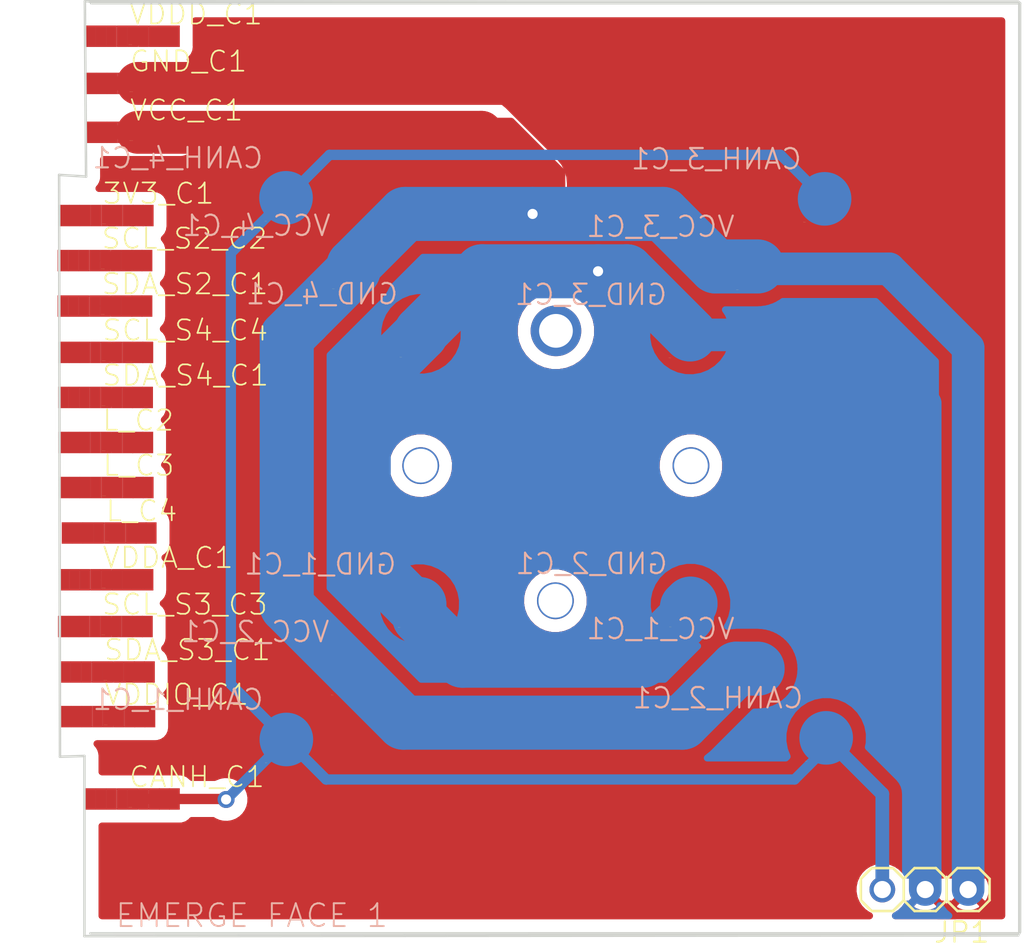
<source format=kicad_pcb>
(kicad_pcb (version 4) (host pcbnew 4.0.6)

  (general
    (links 15)
    (no_connects 0)
    (area 208.052 77.3152 265.315101 133.91315)
    (thickness 1.6)
    (drawings 13)
    (tracks 72)
    (zones 0)
    (modules 29)
    (nets 4)
  )

  (page A4)
  (layers
    (0 Top signal)
    (31 Bottom signal)
    (32 B.Adhes user)
    (33 F.Adhes user)
    (34 B.Paste user)
    (35 F.Paste user)
    (36 B.SilkS user)
    (37 F.SilkS user)
    (38 B.Mask user)
    (39 F.Mask user)
    (40 Dwgs.User user)
    (41 Cmts.User user)
    (42 Eco1.User user)
    (43 Eco2.User user)
    (44 Edge.Cuts user)
    (45 Margin user)
    (46 B.CrtYd user)
    (47 F.CrtYd user)
    (48 B.Fab user)
    (49 F.Fab user)
  )

  (setup
    (last_trace_width 0.25)
    (trace_clearance 0.2)
    (zone_clearance 0.508)
    (zone_45_only no)
    (trace_min 0.2)
    (segment_width 0.2)
    (edge_width 0.15)
    (via_size 0.6)
    (via_drill 0.4)
    (via_min_size 0.4)
    (via_min_drill 0.3)
    (uvia_size 0.3)
    (uvia_drill 0.1)
    (uvias_allowed no)
    (uvia_min_size 0.2)
    (uvia_min_drill 0.1)
    (pcb_text_width 0.3)
    (pcb_text_size 1.5 1.5)
    (mod_edge_width 0.15)
    (mod_text_size 1 1)
    (mod_text_width 0.15)
    (pad_size 1.524 1.524)
    (pad_drill 0.762)
    (pad_to_mask_clearance 0.2)
    (aux_axis_origin 0 0)
    (visible_elements FFFFFF7F)
    (pcbplotparams
      (layerselection 0x010f0_80000001)
      (usegerberextensions false)
      (excludeedgelayer true)
      (linewidth 0.100000)
      (plotframeref false)
      (viasonmask false)
      (mode 1)
      (useauxorigin false)
      (hpglpennumber 1)
      (hpglpenspeed 20)
      (hpglpendiameter 15)
      (hpglpenoverlay 2)
      (psnegative false)
      (psa4output false)
      (plotreference true)
      (plotvalue true)
      (plotinvisibletext false)
      (padsonsilk false)
      (subtractmaskfromsilk false)
      (outputformat 1)
      (mirror false)
      (drillshape 0)
      (scaleselection 1)
      (outputdirectory "C:/Users/Henry Alberto/Documents/GitHub/Psoc_Modular/PCB/Gerber_Robot_Single_Without_Components/Face_1/"))
  )

  (net 0 "")
  (net 1 CANH)
  (net 2 GND_C1)
  (net 3 VCCC)

  (net_class Default "Esta es la clase de red por defecto."
    (clearance 0.2)
    (trace_width 0.25)
    (via_dia 0.6)
    (via_drill 0.4)
    (uvia_dia 0.3)
    (uvia_drill 0.1)
    (add_net CANH)
    (add_net GND_C1)
    (add_net VCCC)
  )

  (module TP11R (layer Top) (tedit 0) (tstamp 590FCF5B)
    (at 211.4125 90.2817)
    (descr "<b>TEST PAD</b>")
    (fp_text reference 3V3_C1 (at -0.5499 -0.5999) (layer F.SilkS)
      (effects (font (size 1.2065 1.2065) (thickness 0.1016)) (justify left bottom))
    )
    (fp_text value PTR1TP11R (at -0.508 0.508) (layer F.SilkS)
      (effects (font (size 0.02413 0.02413) (thickness 0.002032)) (justify left bottom))
    )
    (fp_text user >TP_SIGNAL_NAME (at 0 1.905) (layer Cmts.User)
      (effects (font (size 0.95 0.95) (thickness 0.08)) (justify left bottom))
    )
    (pad TP smd circle (at 0 0) (size 1.1 1.1) (layers Top F.Paste F.Mask))
    (pad P$1 smd rect (at 0.381 0 90) (size 1.27 0.635) (layers Top F.Paste F.Mask))
    (pad P$2 smd rect (at 1.016 0 90) (size 1.27 0.635) (layers Top F.Paste F.Mask))
    (pad P$3 smd rect (at -0.254 0 90) (size 1.27 0.635) (layers Top F.Paste F.Mask))
    (pad P$4 smd rect (at -0.889 0 90) (size 1.27 0.635) (layers Top F.Paste F.Mask))
    (pad P$5 smd rect (at -1.524 0 90) (size 1.27 0.635) (layers Top F.Paste F.Mask))
    (pad P$6 smd rect (at 1.6129 0 90) (size 1.27 0.635) (layers Top F.Paste F.Mask))
    (pad P$7 smd rect (at 2.2098 0 90) (size 1.27 0.635) (layers Top F.Paste F.Mask))
    (pad P$8 smd rect (at -2.1463 0 90) (size 1.27 0.635) (layers Top F.Paste F.Mask))
    (pad P$9 smd rect (at -2.7686 0 90) (size 1.27 0.635) (layers Top F.Paste F.Mask))
  )

  (module TP11R (layer Top) (tedit 0) (tstamp 590FCF69)
    (at 213.0145 82.4585)
    (descr "<b>TEST PAD</b>")
    (fp_text reference GND_C1 (at -0.5499 -0.5999) (layer F.SilkS)
      (effects (font (size 1.2065 1.2065) (thickness 0.1016)) (justify left bottom))
    )
    (fp_text value PTR1TP11R (at -0.508 0.508) (layer F.SilkS)
      (effects (font (size 0.02413 0.02413) (thickness 0.002032)) (justify left bottom))
    )
    (fp_text user >TP_SIGNAL_NAME (at 0 1.905) (layer Cmts.User)
      (effects (font (size 0.95 0.95) (thickness 0.08)) (justify left bottom))
    )
    (pad TP smd circle (at 0 0) (size 1.1 1.1) (layers Top F.Paste F.Mask)
      (net 2 GND_C1))
    (pad P$1 smd rect (at 0.381 0 90) (size 1.27 0.635) (layers Top F.Paste F.Mask))
    (pad P$2 smd rect (at 1.016 0 90) (size 1.27 0.635) (layers Top F.Paste F.Mask))
    (pad P$3 smd rect (at -0.254 0 90) (size 1.27 0.635) (layers Top F.Paste F.Mask))
    (pad P$4 smd rect (at -0.889 0 90) (size 1.27 0.635) (layers Top F.Paste F.Mask))
    (pad P$5 smd rect (at -1.524 0 90) (size 1.27 0.635) (layers Top F.Paste F.Mask))
    (pad P$6 smd rect (at 1.6129 0 90) (size 1.27 0.635) (layers Top F.Paste F.Mask))
    (pad P$7 smd rect (at 2.2098 0 90) (size 1.27 0.635) (layers Top F.Paste F.Mask))
    (pad P$8 smd rect (at -2.1463 0 90) (size 1.27 0.635) (layers Top F.Paste F.Mask))
    (pad P$9 smd rect (at -2.7686 0 90) (size 1.27 0.635) (layers Top F.Paste F.Mask))
  )

  (module TP11R (layer Top) (tedit 0) (tstamp 590FCFCB)
    (at 211.3861 103.7183)
    (descr "<b>TEST PAD</b>")
    (fp_text reference L_C2 (at -0.5499 -0.5999) (layer F.SilkS)
      (effects (font (size 1.2065 1.2065) (thickness 0.1016)) (justify left bottom))
    )
    (fp_text value PTR1TP11R (at -0.508 0.508) (layer F.SilkS)
      (effects (font (size 0.02413 0.02413) (thickness 0.002032)) (justify left bottom))
    )
    (fp_text user >TP_SIGNAL_NAME (at 0 1.905) (layer Cmts.User)
      (effects (font (size 0.95 0.95) (thickness 0.08)) (justify left bottom))
    )
    (pad TP smd circle (at 0 0) (size 1.1 1.1) (layers Top F.Paste F.Mask))
    (pad P$1 smd rect (at 0.381 0 90) (size 1.27 0.635) (layers Top F.Paste F.Mask))
    (pad P$2 smd rect (at 1.016 0 90) (size 1.27 0.635) (layers Top F.Paste F.Mask))
    (pad P$3 smd rect (at -0.254 0 90) (size 1.27 0.635) (layers Top F.Paste F.Mask))
    (pad P$4 smd rect (at -0.889 0 90) (size 1.27 0.635) (layers Top F.Paste F.Mask))
    (pad P$5 smd rect (at -1.524 0 90) (size 1.27 0.635) (layers Top F.Paste F.Mask))
    (pad P$6 smd rect (at 1.6129 0 90) (size 1.27 0.635) (layers Top F.Paste F.Mask))
    (pad P$7 smd rect (at 2.2098 0 90) (size 1.27 0.635) (layers Top F.Paste F.Mask))
    (pad P$8 smd rect (at -2.1463 0 90) (size 1.27 0.635) (layers Top F.Paste F.Mask))
    (pad P$9 smd rect (at -2.7686 0 90) (size 1.27 0.635) (layers Top F.Paste F.Mask))
  )

  (module TP11R (layer Top) (tedit 0) (tstamp 590FCFE7)
    (at 211.4115 106.3853)
    (descr "<b>TEST PAD</b>")
    (fp_text reference L_C3 (at -0.5499 -0.5999) (layer F.SilkS)
      (effects (font (size 1.2065 1.2065) (thickness 0.1016)) (justify left bottom))
    )
    (fp_text value PTR1TP11R (at -0.508 0.508) (layer F.SilkS)
      (effects (font (size 0.02413 0.02413) (thickness 0.002032)) (justify left bottom))
    )
    (fp_text user >TP_SIGNAL_NAME (at 0 1.905) (layer Cmts.User)
      (effects (font (size 0.95 0.95) (thickness 0.08)) (justify left bottom))
    )
    (pad TP smd circle (at 0 0) (size 1.1 1.1) (layers Top F.Paste F.Mask))
    (pad P$1 smd rect (at 0.381 0 90) (size 1.27 0.635) (layers Top F.Paste F.Mask))
    (pad P$2 smd rect (at 1.016 0 90) (size 1.27 0.635) (layers Top F.Paste F.Mask))
    (pad P$3 smd rect (at -0.254 0 90) (size 1.27 0.635) (layers Top F.Paste F.Mask))
    (pad P$4 smd rect (at -0.889 0 90) (size 1.27 0.635) (layers Top F.Paste F.Mask))
    (pad P$5 smd rect (at -1.524 0 90) (size 1.27 0.635) (layers Top F.Paste F.Mask))
    (pad P$6 smd rect (at 1.6129 0 90) (size 1.27 0.635) (layers Top F.Paste F.Mask))
    (pad P$7 smd rect (at 2.2098 0 90) (size 1.27 0.635) (layers Top F.Paste F.Mask))
    (pad P$8 smd rect (at -2.1463 0 90) (size 1.27 0.635) (layers Top F.Paste F.Mask))
    (pad P$9 smd rect (at -2.7686 0 90) (size 1.27 0.635) (layers Top F.Paste F.Mask))
  )

  (module TP11R (layer Top) (tedit 0) (tstamp 590FD01F)
    (at 211.5875 109.0777)
    (descr "<b>TEST PAD</b>")
    (fp_text reference L_C4 (at -0.5499 -0.5999) (layer F.SilkS)
      (effects (font (size 1.2065 1.2065) (thickness 0.1016)) (justify left bottom))
    )
    (fp_text value PTR1TP11R (at -0.508 0.508) (layer F.SilkS)
      (effects (font (size 0.02413 0.02413) (thickness 0.002032)) (justify left bottom))
    )
    (fp_text user >TP_SIGNAL_NAME (at 0 1.905) (layer Cmts.User)
      (effects (font (size 0.95 0.95) (thickness 0.08)) (justify left bottom))
    )
    (pad TP smd circle (at 0 0) (size 1.1 1.1) (layers Top F.Paste F.Mask))
    (pad P$1 smd rect (at 0.381 0 90) (size 1.27 0.635) (layers Top F.Paste F.Mask))
    (pad P$2 smd rect (at 1.016 0 90) (size 1.27 0.635) (layers Top F.Paste F.Mask))
    (pad P$3 smd rect (at -0.254 0 90) (size 1.27 0.635) (layers Top F.Paste F.Mask))
    (pad P$4 smd rect (at -0.889 0 90) (size 1.27 0.635) (layers Top F.Paste F.Mask))
    (pad P$5 smd rect (at -1.524 0 90) (size 1.27 0.635) (layers Top F.Paste F.Mask))
    (pad P$6 smd rect (at 1.6129 0 90) (size 1.27 0.635) (layers Top F.Paste F.Mask))
    (pad P$7 smd rect (at 2.2098 0 90) (size 1.27 0.635) (layers Top F.Paste F.Mask))
    (pad P$8 smd rect (at -2.1463 0 90) (size 1.27 0.635) (layers Top F.Paste F.Mask))
    (pad P$9 smd rect (at -2.7686 0 90) (size 1.27 0.635) (layers Top F.Paste F.Mask))
  )

  (module TP11R (layer Top) (tedit 0) (tstamp 590FD08F)
    (at 211.3381 92.9487)
    (descr "<b>TEST PAD</b>")
    (fp_text reference SCL_S2_C2 (at -0.5499 -0.5999) (layer F.SilkS)
      (effects (font (size 1.2065 1.2065) (thickness 0.1016)) (justify left bottom))
    )
    (fp_text value PTR1TP11R (at -0.508 0.508) (layer F.SilkS)
      (effects (font (size 0.02413 0.02413) (thickness 0.002032)) (justify left bottom))
    )
    (fp_text user >TP_SIGNAL_NAME (at 0 1.905) (layer Cmts.User)
      (effects (font (size 0.95 0.95) (thickness 0.08)))
    )
    (pad TP smd circle (at 0 0) (size 1.1 1.1) (layers Top F.Paste F.Mask))
    (pad P$1 smd rect (at 0.381 0 90) (size 1.27 0.635) (layers Top F.Paste F.Mask))
    (pad P$2 smd rect (at 1.016 0 90) (size 1.27 0.635) (layers Top F.Paste F.Mask))
    (pad P$3 smd rect (at -0.254 0 90) (size 1.27 0.635) (layers Top F.Paste F.Mask))
    (pad P$4 smd rect (at -0.889 0 90) (size 1.27 0.635) (layers Top F.Paste F.Mask))
    (pad P$5 smd rect (at -1.524 0 90) (size 1.27 0.635) (layers Top F.Paste F.Mask))
    (pad P$6 smd rect (at 1.6129 0 90) (size 1.27 0.635) (layers Top F.Paste F.Mask))
    (pad P$7 smd rect (at 2.2098 0 90) (size 1.27 0.635) (layers Top F.Paste F.Mask))
    (pad P$8 smd rect (at -2.1463 0 90) (size 1.27 0.635) (layers Top F.Paste F.Mask))
    (pad P$9 smd rect (at -2.7686 0 90) (size 1.27 0.635) (layers Top F.Paste F.Mask))
  )

  (module TP11R (layer Top) (tedit 0) (tstamp 590FD0AB)
    (at 211.3617 114.6149)
    (descr "<b>TEST PAD</b>")
    (fp_text reference SCL_S3_C3 (at -0.5499 -0.5999) (layer F.SilkS)
      (effects (font (size 1.2065 1.2065) (thickness 0.1016)) (justify left bottom))
    )
    (fp_text value PTR1TP11R (at -0.508 0.508) (layer F.SilkS)
      (effects (font (size 0.02413 0.02413) (thickness 0.002032)) (justify left bottom))
    )
    (fp_text user >TP_SIGNAL_NAME (at 0 1.905) (layer Cmts.User)
      (effects (font (size 0.95 0.95) (thickness 0.08)))
    )
    (pad TP smd circle (at 0 0) (size 1.1 1.1) (layers Top F.Paste F.Mask))
    (pad P$1 smd rect (at 0.381 0 90) (size 1.27 0.635) (layers Top F.Paste F.Mask))
    (pad P$2 smd rect (at 1.016 0 90) (size 1.27 0.635) (layers Top F.Paste F.Mask))
    (pad P$3 smd rect (at -0.254 0 90) (size 1.27 0.635) (layers Top F.Paste F.Mask))
    (pad P$4 smd rect (at -0.889 0 90) (size 1.27 0.635) (layers Top F.Paste F.Mask))
    (pad P$5 smd rect (at -1.524 0 90) (size 1.27 0.635) (layers Top F.Paste F.Mask))
    (pad P$6 smd rect (at 1.6129 0 90) (size 1.27 0.635) (layers Top F.Paste F.Mask))
    (pad P$7 smd rect (at 2.2098 0 90) (size 1.27 0.635) (layers Top F.Paste F.Mask))
    (pad P$8 smd rect (at -2.1463 0 90) (size 1.27 0.635) (layers Top F.Paste F.Mask))
    (pad P$9 smd rect (at -2.7686 0 90) (size 1.27 0.635) (layers Top F.Paste F.Mask))
  )

  (module TP11R (layer Top) (tedit 0) (tstamp 590FD0E3)
    (at 211.3889 98.3843)
    (descr "<b>TEST PAD</b>")
    (fp_text reference SCL_S4_C4 (at -0.5499 -0.5999) (layer F.SilkS)
      (effects (font (size 1.2065 1.2065) (thickness 0.1016)) (justify left bottom))
    )
    (fp_text value PTR1TP11R (at -0.508 0.508) (layer F.SilkS)
      (effects (font (size 0.02413 0.02413) (thickness 0.002032)) (justify left bottom))
    )
    (fp_text user >TP_SIGNAL_NAME (at 0 1.905) (layer Cmts.User)
      (effects (font (size 0.95 0.95) (thickness 0.08)) (justify left bottom))
    )
    (pad TP smd circle (at 0 0) (size 1.1 1.1) (layers Top F.Paste F.Mask))
    (pad P$1 smd rect (at 0.381 0 90) (size 1.27 0.635) (layers Top F.Paste F.Mask))
    (pad P$2 smd rect (at 1.016 0 90) (size 1.27 0.635) (layers Top F.Paste F.Mask))
    (pad P$3 smd rect (at -0.254 0 90) (size 1.27 0.635) (layers Top F.Paste F.Mask))
    (pad P$4 smd rect (at -0.889 0 90) (size 1.27 0.635) (layers Top F.Paste F.Mask))
    (pad P$5 smd rect (at -1.524 0 90) (size 1.27 0.635) (layers Top F.Paste F.Mask))
    (pad P$6 smd rect (at 1.6129 0 90) (size 1.27 0.635) (layers Top F.Paste F.Mask))
    (pad P$7 smd rect (at 2.2098 0 90) (size 1.27 0.635) (layers Top F.Paste F.Mask))
    (pad P$8 smd rect (at -2.1463 0 90) (size 1.27 0.635) (layers Top F.Paste F.Mask))
    (pad P$9 smd rect (at -2.7686 0 90) (size 1.27 0.635) (layers Top F.Paste F.Mask))
  )

  (module B2,54 (layer Top) (tedit 0) (tstamp 590FD11B)
    (at 225.7071 117.2859)
    (descr "<b>TEST PAD</b>")
    (fp_text reference VCC_2_C1 (at -1.27 -1.651) (layer B.SilkS)
      (effects (font (size 1.2065 1.2065) (thickness 0.127)) (justify left bottom mirror))
    )
    (fp_text value TPB2,54 (at -1.27 1.397) (layer F.SilkS)
      (effects (font (size 0.02413 0.02413) (thickness 0.002032)) (justify left bottom))
    )
    (fp_circle (center 0 0) (end 0.635 0) (layer Cmts.User) (width 0.254))
    (fp_text user >TP_SIGNAL_NAME (at -1.27 3.175) (layer Cmts.User)
      (effects (font (size 0.95 0.95) (thickness 0.08)) (justify left bottom))
    )
    (pad TP smd circle (at 0 0 180) (size 2.54 2.54) (layers Bottom B.Paste B.Mask)
      (net 3 VCCC))
    (pad P$1 smd circle (at 0 0 90) (size 3.175 3.175) (layers Bottom B.Paste B.Mask))
  )

  (module B2,54 (layer Top) (tedit 0) (tstamp 590FD122)
    (at 249.7031 117.1109)
    (descr "<b>TEST PAD</b>")
    (fp_text reference VCC_1_C1 (at -1.27 -1.651) (layer B.SilkS)
      (effects (font (size 1.2065 1.2065) (thickness 0.127)) (justify left bottom mirror))
    )
    (fp_text value TPB2,54 (at -1.27 1.397) (layer F.SilkS)
      (effects (font (size 0.02413 0.02413) (thickness 0.002032)) (justify left bottom))
    )
    (fp_circle (center 0 0) (end 0.635 0) (layer Cmts.User) (width 0.254))
    (fp_text user >TP_SIGNAL_NAME (at -1.27 3.175) (layer Cmts.User)
      (effects (font (size 0.95 0.95) (thickness 0.08)) (justify left bottom))
    )
    (pad TP smd circle (at 0 0 180) (size 2.54 2.54) (layers Bottom B.Paste B.Mask)
      (net 3 VCCC))
    (pad P$1 smd circle (at 0 0 90) (size 3.175 3.175) (layers Bottom B.Paste B.Mask))
  )

  (module B2,54 (layer Top) (tedit 0) (tstamp 590FD129)
    (at 249.7001 93.2949)
    (descr "<b>TEST PAD</b>")
    (fp_text reference VCC_3_C1 (at -1.27 -1.651) (layer B.SilkS)
      (effects (font (size 1.2065 1.2065) (thickness 0.127)) (justify left bottom mirror))
    )
    (fp_text value TPB2,54 (at -1.27 1.397) (layer F.SilkS)
      (effects (font (size 0.02413 0.02413) (thickness 0.002032)) (justify left bottom))
    )
    (fp_circle (center 0 0) (end 0.635 0) (layer Cmts.User) (width 0.254))
    (fp_text user >TP_SIGNAL_NAME (at -1.27 3.175) (layer Cmts.User)
      (effects (font (size 0.95 0.95) (thickness 0.08)) (justify left bottom))
    )
    (pad TP smd circle (at 0 0 180) (size 2.54 2.54) (layers Bottom B.Paste B.Mask)
      (net 3 VCCC))
    (pad P$1 smd circle (at 0 0 90) (size 3.175 3.175) (layers Bottom B.Paste B.Mask))
  )

  (module B2,54 (layer Top) (tedit 0) (tstamp 590FD130)
    (at 225.7791 93.2379)
    (descr "<b>TEST PAD</b>")
    (fp_text reference VCC_4_C1 (at -1.27 -1.651) (layer B.SilkS)
      (effects (font (size 1.2065 1.2065) (thickness 0.127)) (justify left bottom mirror))
    )
    (fp_text value TPB2,54 (at -1.27 1.397) (layer F.SilkS)
      (effects (font (size 0.02413 0.02413) (thickness 0.002032)) (justify left bottom))
    )
    (fp_circle (center 0 0) (end 0.635 0) (layer Cmts.User) (width 0.254))
    (fp_text user >TP_SIGNAL_NAME (at -1.27 3.175) (layer Cmts.User)
      (effects (font (size 0.95 0.95) (thickness 0.08)) (justify left bottom))
    )
    (pad TP smd circle (at 0 0 180) (size 2.54 2.54) (layers Bottom B.Paste B.Mask)
      (net 3 VCCC))
    (pad P$1 smd circle (at 0 0 90) (size 3.175 3.175) (layers Bottom B.Paste B.Mask))
  )

  (module TP11R (layer Top) (tedit 0) (tstamp 590FD137)
    (at 213.0145 85.3541)
    (descr "<b>TEST PAD</b>")
    (fp_text reference VCC_C1 (at -0.5499 -0.5999) (layer F.SilkS)
      (effects (font (size 1.2065 1.2065) (thickness 0.1016)) (justify left bottom))
    )
    (fp_text value PTR1TP11R (at -0.508 0.508) (layer F.SilkS)
      (effects (font (size 0.02413 0.02413) (thickness 0.002032)) (justify left bottom))
    )
    (fp_text user >TP_SIGNAL_NAME (at 0 1.905) (layer Cmts.User)
      (effects (font (size 0.95 0.95) (thickness 0.08)) (justify left bottom))
    )
    (pad TP smd circle (at 0 0) (size 1.1 1.1) (layers Top F.Paste F.Mask)
      (net 3 VCCC))
    (pad P$1 smd rect (at 0.381 0 90) (size 1.27 0.635) (layers Top F.Paste F.Mask))
    (pad P$2 smd rect (at 1.016 0 90) (size 1.27 0.635) (layers Top F.Paste F.Mask))
    (pad P$3 smd rect (at -0.254 0 90) (size 1.27 0.635) (layers Top F.Paste F.Mask))
    (pad P$4 smd rect (at -0.889 0 90) (size 1.27 0.635) (layers Top F.Paste F.Mask))
    (pad P$5 smd rect (at -1.524 0 90) (size 1.27 0.635) (layers Top F.Paste F.Mask))
    (pad P$6 smd rect (at 1.6129 0 90) (size 1.27 0.635) (layers Top F.Paste F.Mask))
    (pad P$7 smd rect (at 2.2098 0 90) (size 1.27 0.635) (layers Top F.Paste F.Mask))
    (pad P$8 smd rect (at -2.1463 0 90) (size 1.27 0.635) (layers Top F.Paste F.Mask))
    (pad P$9 smd rect (at -2.7686 0 90) (size 1.27 0.635) (layers Top F.Paste F.Mask))
  )

  (module B2,54 (layer Top) (tedit 0) (tstamp 590FD145)
    (at 245.7301 113.2579)
    (descr "<b>TEST PAD</b>")
    (fp_text reference GND_2_C1 (at -1.27 -1.651) (layer B.SilkS)
      (effects (font (size 1.2065 1.2065) (thickness 0.127)) (justify left bottom mirror))
    )
    (fp_text value TPB2,54 (at -1.27 1.397) (layer F.SilkS)
      (effects (font (size 0.02413 0.02413) (thickness 0.002032)) (justify left bottom))
    )
    (fp_circle (center 0 0) (end 0.635 0) (layer Cmts.User) (width 0.254))
    (fp_text user >TP_SIGNAL_NAME (at -1.27 3.175) (layer Cmts.User)
      (effects (font (size 0.95 0.95) (thickness 0.08)) (justify left bottom))
    )
    (pad TP smd circle (at 0 0 180) (size 2.54 2.54) (layers Bottom B.Paste B.Mask)
      (net 2 GND_C1))
    (pad P$1 smd circle (at 0 0 90) (size 3.175 3.175) (layers Bottom B.Paste B.Mask))
  )

  (module B2,54 (layer Top) (tedit 0) (tstamp 590FD14C)
    (at 229.6701 113.2859)
    (descr "<b>TEST PAD</b>")
    (fp_text reference GND_1_C1 (at -1.27 -1.651) (layer B.SilkS)
      (effects (font (size 1.2065 1.2065) (thickness 0.127)) (justify left bottom mirror))
    )
    (fp_text value TPB2,54 (at -1.27 1.397) (layer F.SilkS)
      (effects (font (size 0.02413 0.02413) (thickness 0.002032)) (justify left bottom))
    )
    (fp_circle (center 0 0) (end 0.635 0) (layer Cmts.User) (width 0.254))
    (fp_text user >TP_SIGNAL_NAME (at -1.27 3.175) (layer Cmts.User)
      (effects (font (size 0.95 0.95) (thickness 0.08)) (justify left bottom))
    )
    (pad TP smd circle (at 0 0 180) (size 2.54 2.54) (layers Bottom B.Paste B.Mask)
      (net 2 GND_C1))
    (pad P$1 smd circle (at 0 0 90) (size 3.175 3.175) (layers Bottom B.Paste B.Mask))
  )

  (module B2,54 (layer Top) (tedit 0) (tstamp 590FD153)
    (at 245.6971 97.3229)
    (descr "<b>TEST PAD</b>")
    (fp_text reference GND_3_C1 (at -1.27 -1.651) (layer B.SilkS)
      (effects (font (size 1.2065 1.2065) (thickness 0.127)) (justify left bottom mirror))
    )
    (fp_text value TPB2,54 (at -1.27 1.397) (layer F.SilkS)
      (effects (font (size 0.02413 0.02413) (thickness 0.002032)) (justify left bottom))
    )
    (fp_circle (center 0 0) (end 0.635 0) (layer Cmts.User) (width 0.254))
    (fp_text user >TP_SIGNAL_NAME (at -1.27 3.175) (layer Cmts.User)
      (effects (font (size 0.95 0.95) (thickness 0.08)) (justify left bottom))
    )
    (pad TP smd circle (at 0 0 180) (size 2.54 2.54) (layers Bottom B.Paste B.Mask)
      (net 2 GND_C1))
    (pad P$1 smd circle (at 0 0 90) (size 3.175 3.175) (layers Bottom B.Paste B.Mask))
  )

  (module B2,54 (layer Top) (tedit 0) (tstamp 590FD15A)
    (at 229.7711 97.2839)
    (descr "<b>TEST PAD</b>")
    (fp_text reference GND_4_C1 (at -1.27 -1.651) (layer B.SilkS)
      (effects (font (size 1.2065 1.2065) (thickness 0.127)) (justify left bottom mirror))
    )
    (fp_text value TPB2,54 (at -1.27 1.397) (layer F.SilkS)
      (effects (font (size 0.02413 0.02413) (thickness 0.002032)) (justify left bottom))
    )
    (fp_circle (center 0 0) (end 0.635 0) (layer Cmts.User) (width 0.254))
    (fp_text user >TP_SIGNAL_NAME (at -1.27 3.175) (layer Cmts.User)
      (effects (font (size 0.95 0.95) (thickness 0.08)) (justify left bottom))
    )
    (pad TP smd circle (at 0 0 180) (size 2.54 2.54) (layers Bottom B.Paste B.Mask)
      (net 2 GND_C1))
    (pad P$1 smd circle (at 0 0 90) (size 3.175 3.175) (layers Bottom B.Paste B.Mask))
  )

  (module B2,54 (layer Top) (tedit 0) (tstamp 590FD161)
    (at 253.7611 121.2069)
    (descr "<b>TEST PAD</b>")
    (fp_text reference CANH_2_C1 (at -1.27 -1.651) (layer B.SilkS)
      (effects (font (size 1.2065 1.2065) (thickness 0.127)) (justify left bottom mirror))
    )
    (fp_text value TPB2,54 (at -1.27 1.397) (layer F.SilkS)
      (effects (font (size 0.02413 0.02413) (thickness 0.002032)) (justify left bottom))
    )
    (fp_circle (center 0 0) (end 0.635 0) (layer Cmts.User) (width 0.254))
    (fp_text user >TP_SIGNAL_NAME (at -1.27 3.175) (layer Cmts.User)
      (effects (font (size 0.95 0.95) (thickness 0.08)) (justify left bottom))
    )
    (pad TP smd circle (at 0 0 180) (size 2.54 2.54) (layers Bottom B.Paste B.Mask)
      (net 1 CANH))
    (pad P$1 smd circle (at 0 0 90) (size 3.175 3.175) (layers Bottom B.Paste B.Mask))
  )

  (module B2,54 (layer Top) (tedit 0) (tstamp 590FD168)
    (at 221.7991 121.3029)
    (descr "<b>TEST PAD</b>")
    (fp_text reference CANH_1_C1 (at -1.27 -1.651) (layer B.SilkS)
      (effects (font (size 1.2065 1.2065) (thickness 0.127)) (justify left bottom mirror))
    )
    (fp_text value TPB2,54 (at -1.27 1.397) (layer F.SilkS)
      (effects (font (size 0.02413 0.02413) (thickness 0.002032)) (justify left bottom))
    )
    (fp_circle (center 0 0) (end 0.635 0) (layer Cmts.User) (width 0.254))
    (fp_text user >TP_SIGNAL_NAME (at -1.27 3.175) (layer Cmts.User)
      (effects (font (size 0.95 0.95) (thickness 0.08)) (justify left bottom))
    )
    (pad TP smd circle (at 0 0 180) (size 2.54 2.54) (layers Bottom B.Paste B.Mask)
      (net 1 CANH))
    (pad P$1 smd circle (at 0 0 90) (size 3.175 3.175) (layers Bottom B.Paste B.Mask))
  )

  (module B2,54 (layer Top) (tedit 0) (tstamp 590FD16F)
    (at 253.6671 89.2929)
    (descr "<b>TEST PAD</b>")
    (fp_text reference CANH_3_C1 (at -1.27 -1.651) (layer B.SilkS)
      (effects (font (size 1.2065 1.2065) (thickness 0.127)) (justify left bottom mirror))
    )
    (fp_text value TPB2,54 (at -1.27 1.397) (layer F.SilkS)
      (effects (font (size 0.02413 0.02413) (thickness 0.002032)) (justify left bottom))
    )
    (fp_circle (center 0 0) (end 0.635 0) (layer Cmts.User) (width 0.254))
    (fp_text user >TP_SIGNAL_NAME (at -1.27 3.175) (layer Cmts.User)
      (effects (font (size 0.95 0.95) (thickness 0.08)) (justify left bottom))
    )
    (pad TP smd circle (at 0 0 180) (size 2.54 2.54) (layers Bottom B.Paste B.Mask)
      (net 1 CANH))
    (pad P$1 smd circle (at 0 0 90) (size 3.175 3.175) (layers Bottom B.Paste B.Mask))
  )

  (module B2,54 (layer Top) (tedit 0) (tstamp 590FD176)
    (at 221.7791 89.2319)
    (descr "<b>TEST PAD</b>")
    (fp_text reference CANH_4_C1 (at -1.27 -1.651) (layer B.SilkS)
      (effects (font (size 1.2065 1.2065) (thickness 0.127)) (justify left bottom mirror))
    )
    (fp_text value TPB2,54 (at -1.27 1.397) (layer F.SilkS)
      (effects (font (size 0.02413 0.02413) (thickness 0.002032)) (justify left bottom))
    )
    (fp_circle (center 0 0) (end 0.635 0) (layer Cmts.User) (width 0.254))
    (fp_text user >TP_SIGNAL_NAME (at -1.27 3.175) (layer Cmts.User)
      (effects (font (size 0.95 0.95) (thickness 0.08)) (justify left bottom))
    )
    (pad TP smd circle (at 0 0 180) (size 2.54 2.54) (layers Bottom B.Paste B.Mask)
      (net 1 CANH))
    (pad P$1 smd circle (at 0 0 90) (size 3.175 3.175) (layers Bottom B.Paste B.Mask))
  )

  (module TP11R (layer Top) (tedit 0) (tstamp 590FD17D)
    (at 212.9637 124.8257)
    (descr "<b>TEST PAD</b>")
    (fp_text reference CANH_C1 (at -0.5499 -0.5999) (layer F.SilkS)
      (effects (font (size 1.2065 1.2065) (thickness 0.1016)) (justify left bottom))
    )
    (fp_text value PTR1TP11R (at -0.508 0.508) (layer F.SilkS)
      (effects (font (size 0.02413 0.02413) (thickness 0.002032)) (justify left bottom))
    )
    (fp_text user >TP_SIGNAL_NAME (at 0 1.905) (layer Cmts.User)
      (effects (font (size 0.95 0.95) (thickness 0.08)) (justify left bottom))
    )
    (pad TP smd circle (at 0 0) (size 1.1 1.1) (layers Top F.Paste F.Mask)
      (net 1 CANH))
    (pad P$1 smd rect (at 0.381 0 90) (size 1.27 0.635) (layers Top F.Paste F.Mask))
    (pad P$2 smd rect (at 1.016 0 90) (size 1.27 0.635) (layers Top F.Paste F.Mask))
    (pad P$3 smd rect (at -0.254 0 90) (size 1.27 0.635) (layers Top F.Paste F.Mask))
    (pad P$4 smd rect (at -0.889 0 90) (size 1.27 0.635) (layers Top F.Paste F.Mask))
    (pad P$5 smd rect (at -1.524 0 90) (size 1.27 0.635) (layers Top F.Paste F.Mask))
    (pad P$6 smd rect (at 1.6129 0 90) (size 1.27 0.635) (layers Top F.Paste F.Mask))
    (pad P$7 smd rect (at 2.2098 0 90) (size 1.27 0.635) (layers Top F.Paste F.Mask))
    (pad P$8 smd rect (at -2.1463 0 90) (size 1.27 0.635) (layers Top F.Paste F.Mask))
    (pad P$9 smd rect (at -2.7686 0 90) (size 1.27 0.635) (layers Top F.Paste F.Mask))
  )

  (module TP11R (layer Top) (tedit 0) (tstamp 590FD2F7)
    (at 212.9637 79.6645)
    (descr "<b>TEST PAD</b>")
    (fp_text reference VDDD_C1 (at -0.5499 -0.5999) (layer F.SilkS)
      (effects (font (size 1.2065 1.2065) (thickness 0.1016)) (justify left bottom))
    )
    (fp_text value PTR1TP11R (at -0.508 0.508) (layer F.SilkS)
      (effects (font (size 0.02413 0.02413) (thickness 0.002032)) (justify left bottom))
    )
    (fp_text user >TP_SIGNAL_NAME (at 0 1.905) (layer Cmts.User)
      (effects (font (size 0.95 0.95) (thickness 0.08)) (justify left bottom))
    )
    (pad TP smd circle (at 0 0) (size 1.1 1.1) (layers Top F.Paste F.Mask))
    (pad P$1 smd rect (at 0.381 0 90) (size 1.27 0.635) (layers Top F.Paste F.Mask))
    (pad P$2 smd rect (at 1.016 0 90) (size 1.27 0.635) (layers Top F.Paste F.Mask))
    (pad P$3 smd rect (at -0.254 0 90) (size 1.27 0.635) (layers Top F.Paste F.Mask))
    (pad P$4 smd rect (at -0.889 0 90) (size 1.27 0.635) (layers Top F.Paste F.Mask))
    (pad P$5 smd rect (at -1.524 0 90) (size 1.27 0.635) (layers Top F.Paste F.Mask))
    (pad P$6 smd rect (at 1.6129 0 90) (size 1.27 0.635) (layers Top F.Paste F.Mask))
    (pad P$7 smd rect (at 2.2098 0 90) (size 1.27 0.635) (layers Top F.Paste F.Mask))
    (pad P$8 smd rect (at -2.1463 0 90) (size 1.27 0.635) (layers Top F.Paste F.Mask))
    (pad P$9 smd rect (at -2.7686 0 90) (size 1.27 0.635) (layers Top F.Paste F.Mask))
  )

  (module TP11R (layer Top) (tedit 0) (tstamp 590FD305)
    (at 211.5103 119.9489)
    (descr "<b>TEST PAD</b>")
    (fp_text reference VDDIO_C1 (at -0.5499 -0.5999) (layer F.SilkS)
      (effects (font (size 1.2065 1.2065) (thickness 0.1016)) (justify left bottom))
    )
    (fp_text value PTR1TP11R (at -0.508 0.508) (layer F.SilkS)
      (effects (font (size 0.02413 0.02413) (thickness 0.002032)) (justify left bottom))
    )
    (fp_text user >TP_SIGNAL_NAME (at 0 1.905) (layer Cmts.User)
      (effects (font (size 0.95 0.95) (thickness 0.08)) (justify left bottom))
    )
    (pad TP smd circle (at 0 0) (size 1.1 1.1) (layers Top F.Paste F.Mask))
    (pad P$1 smd rect (at 0.381 0 90) (size 1.27 0.635) (layers Top F.Paste F.Mask))
    (pad P$2 smd rect (at 1.016 0 90) (size 1.27 0.635) (layers Top F.Paste F.Mask))
    (pad P$3 smd rect (at -0.254 0 90) (size 1.27 0.635) (layers Top F.Paste F.Mask))
    (pad P$4 smd rect (at -0.889 0 90) (size 1.27 0.635) (layers Top F.Paste F.Mask))
    (pad P$5 smd rect (at -1.524 0 90) (size 1.27 0.635) (layers Top F.Paste F.Mask))
    (pad P$6 smd rect (at 1.6129 0 90) (size 1.27 0.635) (layers Top F.Paste F.Mask))
    (pad P$7 smd rect (at 2.2098 0 90) (size 1.27 0.635) (layers Top F.Paste F.Mask))
    (pad P$8 smd rect (at -2.1463 0 90) (size 1.27 0.635) (layers Top F.Paste F.Mask))
    (pad P$9 smd rect (at -2.7686 0 90) (size 1.27 0.635) (layers Top F.Paste F.Mask))
  )

  (module TP11R (layer Top) (tedit 0) (tstamp 590FD313)
    (at 211.3979 111.8463)
    (descr "<b>TEST PAD</b>")
    (fp_text reference VDDA_C1 (at -0.5499 -0.5999) (layer F.SilkS)
      (effects (font (size 1.2065 1.2065) (thickness 0.1016)) (justify left bottom))
    )
    (fp_text value PTR1TP11R (at -0.508 0.508) (layer F.SilkS)
      (effects (font (size 0.02413 0.02413) (thickness 0.002032)) (justify left bottom))
    )
    (fp_text user >TP_SIGNAL_NAME (at 0 1.905) (layer Cmts.User)
      (effects (font (size 0.95 0.95) (thickness 0.08)) (justify left bottom))
    )
    (pad TP smd circle (at 0 0) (size 1.1 1.1) (layers Top F.Paste F.Mask))
    (pad P$1 smd rect (at 0.381 0 90) (size 1.27 0.635) (layers Top F.Paste F.Mask))
    (pad P$2 smd rect (at 1.016 0 90) (size 1.27 0.635) (layers Top F.Paste F.Mask))
    (pad P$3 smd rect (at -0.254 0 90) (size 1.27 0.635) (layers Top F.Paste F.Mask))
    (pad P$4 smd rect (at -0.889 0 90) (size 1.27 0.635) (layers Top F.Paste F.Mask))
    (pad P$5 smd rect (at -1.524 0 90) (size 1.27 0.635) (layers Top F.Paste F.Mask))
    (pad P$6 smd rect (at 1.6129 0 90) (size 1.27 0.635) (layers Top F.Paste F.Mask))
    (pad P$7 smd rect (at 2.2098 0 90) (size 1.27 0.635) (layers Top F.Paste F.Mask))
    (pad P$8 smd rect (at -2.1463 0 90) (size 1.27 0.635) (layers Top F.Paste F.Mask))
    (pad P$9 smd rect (at -2.7686 0 90) (size 1.27 0.635) (layers Top F.Paste F.Mask))
  )

  (module TP11R (layer Top) (tedit 0) (tstamp 590FD359)
    (at 211.3381 95.6411)
    (descr "<b>TEST PAD</b>")
    (fp_text reference SDA_S2_C1 (at -0.5499 -0.5999) (layer F.SilkS)
      (effects (font (size 1.2065 1.2065) (thickness 0.1016)) (justify left bottom))
    )
    (fp_text value PTR1TP11R (at -0.508 0.508) (layer F.SilkS)
      (effects (font (size 0.02413 0.02413) (thickness 0.002032)) (justify left bottom))
    )
    (fp_text user >TP_SIGNAL_NAME (at 0 1.905) (layer Cmts.User)
      (effects (font (size 0.95 0.95) (thickness 0.08)))
    )
    (pad TP smd circle (at 0 0) (size 1.1 1.1) (layers Top F.Paste F.Mask))
    (pad P$1 smd rect (at 0.381 0 90) (size 1.27 0.635) (layers Top F.Paste F.Mask))
    (pad P$2 smd rect (at 1.016 0 90) (size 1.27 0.635) (layers Top F.Paste F.Mask))
    (pad P$3 smd rect (at -0.254 0 90) (size 1.27 0.635) (layers Top F.Paste F.Mask))
    (pad P$4 smd rect (at -0.889 0 90) (size 1.27 0.635) (layers Top F.Paste F.Mask))
    (pad P$5 smd rect (at -1.524 0 90) (size 1.27 0.635) (layers Top F.Paste F.Mask))
    (pad P$6 smd rect (at 1.6129 0 90) (size 1.27 0.635) (layers Top F.Paste F.Mask))
    (pad P$7 smd rect (at 2.2098 0 90) (size 1.27 0.635) (layers Top F.Paste F.Mask))
    (pad P$8 smd rect (at -2.1463 0 90) (size 1.27 0.635) (layers Top F.Paste F.Mask))
    (pad P$9 smd rect (at -2.7686 0 90) (size 1.27 0.635) (layers Top F.Paste F.Mask))
  )

  (module TP11R (layer Top) (tedit 0) (tstamp 590FD375)
    (at 211.4849 117.3073)
    (descr "<b>TEST PAD</b>")
    (fp_text reference SDA_S3_C1 (at -0.5499 -0.5999) (layer F.SilkS)
      (effects (font (size 1.2065 1.2065) (thickness 0.1016)) (justify left bottom))
    )
    (fp_text value PTR1TP11R (at -0.508 0.508) (layer F.SilkS)
      (effects (font (size 0.02413 0.02413) (thickness 0.002032)) (justify left bottom))
    )
    (fp_text user >TP_SIGNAL_NAME (at 0 1.905) (layer Cmts.User)
      (effects (font (size 0.95 0.95) (thickness 0.08)) (justify left bottom))
    )
    (pad TP smd circle (at 0 0) (size 1.1 1.1) (layers Top F.Paste F.Mask))
    (pad P$1 smd rect (at 0.381 0 90) (size 1.27 0.635) (layers Top F.Paste F.Mask))
    (pad P$2 smd rect (at 1.016 0 90) (size 1.27 0.635) (layers Top F.Paste F.Mask))
    (pad P$3 smd rect (at -0.254 0 90) (size 1.27 0.635) (layers Top F.Paste F.Mask))
    (pad P$4 smd rect (at -0.889 0 90) (size 1.27 0.635) (layers Top F.Paste F.Mask))
    (pad P$5 smd rect (at -1.524 0 90) (size 1.27 0.635) (layers Top F.Paste F.Mask))
    (pad P$6 smd rect (at 1.6129 0 90) (size 1.27 0.635) (layers Top F.Paste F.Mask))
    (pad P$7 smd rect (at 2.2098 0 90) (size 1.27 0.635) (layers Top F.Paste F.Mask))
    (pad P$8 smd rect (at -2.1463 0 90) (size 1.27 0.635) (layers Top F.Paste F.Mask))
    (pad P$9 smd rect (at -2.7686 0 90) (size 1.27 0.635) (layers Top F.Paste F.Mask))
  )

  (module TP11R (layer Top) (tedit 0) (tstamp 590FD3AD)
    (at 211.3743 101.0513)
    (descr "<b>TEST PAD</b>")
    (fp_text reference SDA_S4_C1 (at -0.5499 -0.5999) (layer F.SilkS)
      (effects (font (size 1.2065 1.2065) (thickness 0.1016)) (justify left bottom))
    )
    (fp_text value PTR1TP11R (at -0.508 0.508) (layer F.SilkS)
      (effects (font (size 0.02413 0.02413) (thickness 0.002032)) (justify left bottom))
    )
    (fp_text user >TP_SIGNAL_NAME (at 0 1.905) (layer Cmts.User)
      (effects (font (size 0.95 0.95) (thickness 0.08)) (justify left bottom))
    )
    (pad TP smd circle (at 0 0) (size 1.1 1.1) (layers Top F.Paste F.Mask))
    (pad P$1 smd rect (at 0.381 0 90) (size 1.27 0.635) (layers Top F.Paste F.Mask))
    (pad P$2 smd rect (at 1.016 0 90) (size 1.27 0.635) (layers Top F.Paste F.Mask))
    (pad P$3 smd rect (at -0.254 0 90) (size 1.27 0.635) (layers Top F.Paste F.Mask))
    (pad P$4 smd rect (at -0.889 0 90) (size 1.27 0.635) (layers Top F.Paste F.Mask))
    (pad P$5 smd rect (at -1.524 0 90) (size 1.27 0.635) (layers Top F.Paste F.Mask))
    (pad P$6 smd rect (at 1.6129 0 90) (size 1.27 0.635) (layers Top F.Paste F.Mask))
    (pad P$7 smd rect (at 2.2098 0 90) (size 1.27 0.635) (layers Top F.Paste F.Mask))
    (pad P$8 smd rect (at -2.1463 0 90) (size 1.27 0.635) (layers Top F.Paste F.Mask))
    (pad P$9 smd rect (at -2.7686 0 90) (size 1.27 0.635) (layers Top F.Paste F.Mask))
  )

  (module 1X03 (layer Top) (tedit 0) (tstamp 590FD538)
    (at 259.6251 130.1889 180)
    (descr "<b>PIN HEADER</b>")
    (fp_text reference JP1 (at -3.8862 -1.8288 180) (layer F.SilkS)
      (effects (font (size 1.2065 1.2065) (thickness 0.127)) (justify right top))
    )
    (fp_text value "" (at -3.81 3.175 180) (layer F.SilkS)
      (effects (font (size 1.2065 1.2065) (thickness 0.1016)) (justify right top))
    )
    (fp_line (start -3.175 -1.27) (end -1.905 -1.27) (layer F.SilkS) (width 0.1524))
    (fp_line (start -1.905 -1.27) (end -1.27 -0.635) (layer F.SilkS) (width 0.1524))
    (fp_line (start -1.27 -0.635) (end -1.27 0.635) (layer F.SilkS) (width 0.1524))
    (fp_line (start -1.27 0.635) (end -1.905 1.27) (layer F.SilkS) (width 0.1524))
    (fp_line (start -1.27 -0.635) (end -0.635 -1.27) (layer F.SilkS) (width 0.1524))
    (fp_line (start -0.635 -1.27) (end 0.635 -1.27) (layer F.SilkS) (width 0.1524))
    (fp_line (start 0.635 -1.27) (end 1.27 -0.635) (layer F.SilkS) (width 0.1524))
    (fp_line (start 1.27 -0.635) (end 1.27 0.635) (layer F.SilkS) (width 0.1524))
    (fp_line (start 1.27 0.635) (end 0.635 1.27) (layer F.SilkS) (width 0.1524))
    (fp_line (start 0.635 1.27) (end -0.635 1.27) (layer F.SilkS) (width 0.1524))
    (fp_line (start -0.635 1.27) (end -1.27 0.635) (layer F.SilkS) (width 0.1524))
    (fp_line (start -3.81 -0.635) (end -3.81 0.635) (layer F.SilkS) (width 0.1524))
    (fp_line (start -3.175 -1.27) (end -3.81 -0.635) (layer F.SilkS) (width 0.1524))
    (fp_line (start -3.81 0.635) (end -3.175 1.27) (layer F.SilkS) (width 0.1524))
    (fp_line (start -1.905 1.27) (end -3.175 1.27) (layer F.SilkS) (width 0.1524))
    (fp_line (start 1.27 -0.635) (end 1.905 -1.27) (layer F.SilkS) (width 0.1524))
    (fp_line (start 1.905 -1.27) (end 3.175 -1.27) (layer F.SilkS) (width 0.1524))
    (fp_line (start 3.175 -1.27) (end 3.81 -0.635) (layer F.SilkS) (width 0.1524))
    (fp_line (start 3.81 -0.635) (end 3.81 0.635) (layer F.SilkS) (width 0.1524))
    (fp_line (start 3.81 0.635) (end 3.175 1.27) (layer F.SilkS) (width 0.1524))
    (fp_line (start 3.175 1.27) (end 1.905 1.27) (layer F.SilkS) (width 0.1524))
    (fp_line (start 1.905 1.27) (end 1.27 0.635) (layer F.SilkS) (width 0.1524))
    (fp_poly (pts (xy -0.254 0.254) (xy 0.254 0.254) (xy 0.254 -0.254) (xy -0.254 -0.254)) (layer Dwgs.User) (width 0))
    (fp_poly (pts (xy -2.794 0.254) (xy -2.286 0.254) (xy -2.286 -0.254) (xy -2.794 -0.254)) (layer Dwgs.User) (width 0))
    (fp_poly (pts (xy 2.286 0.254) (xy 2.794 0.254) (xy 2.794 -0.254) (xy 2.286 -0.254)) (layer Dwgs.User) (width 0))
    (pad 1 thru_hole circle (at -2.54 0 270) (size 1.524 1.524) (drill 1.016) (layers *.Cu *.Mask)
      (net 3 VCCC))
    (pad 2 thru_hole circle (at 0 0 270) (size 1.524 1.524) (drill 1.016) (layers *.Cu *.Mask)
      (net 2 GND_C1))
    (pad 3 thru_hole circle (at 2.54 0 270) (size 1.524 1.524) (drill 1.016) (layers *.Cu *.Mask)
      (net 1 CANH))
  )

  (gr_line (start 209.9417 87.9735) (end 208.3445 87.8751) (layer Edge.Cuts) (width 0.15) (tstamp 7962900))
  (gr_line (start 208.3445 87.8751) (end 208.3953 122.3247) (layer Edge.Cuts) (width 0.15) (tstamp 7962A00))
  (gr_line (start 208.3953 122.3247) (end 209.8433 122.2793) (layer Edge.Cuts) (width 0.15) (tstamp 7962D80))
  (gr_line (start 209.8433 122.2793) (end 209.8433 132.9473) (layer Edge.Cuts) (width 0.15) (tstamp 7962780))
  (gr_line (start 209.8433 132.9473) (end 265.1353 132.9029) (layer Edge.Cuts) (width 0.15) (tstamp 7964C80))
  (gr_line (start 265.1861 77.6579) (end 209.8687 77.5945) (layer Edge.Cuts) (width 0.15) (tstamp 7964B00))
  (gr_line (start 209.8687 77.5945) (end 209.9417 87.9735) (layer Edge.Cuts) (width 0.15) (tstamp 7965280))
  (gr_text "EMERGE FACE 1" (at 211.5991 132.5213) (layer B.SilkS) (tstamp 7AFEB90)
    (effects (font (size 1.35128 1.35128) (thickness 0.113792)) (justify left bottom))
  )
  (gr_line (start 265.1321 77.6189) (end 210.1321 77.6189) (layer Edge.Cuts) (width 0.15) (tstamp 7B06810))
  (gr_line (start 210.1961 132.7829) (end 265.1961 132.7829) (layer Edge.Cuts) (width 0.15) (tstamp 7B06890))
  (gr_line (start 265.1961 132.7829) (end 265.1961 77.7829) (layer Edge.Cuts) (width 0.15) (tstamp 7B06790))
  (gr_line (start 265.2401 77.7109) (end 210.2401 77.7109) (layer Edge.Cuts) (width 0.15) (tstamp 7B07210))
  (gr_line (start 265.2401 132.7109) (end 265.2401 77.7109) (layer Edge.Cuts) (width 0.15) (tstamp 7B08790))

  (via (at 245.7551 105.0899) (size 2.1844) (drill 2) (layers Top Bottom) (net 0) (tstamp 7D0F610))
  (via (at 229.7531 105.0899) (size 2.1844) (drill 2) (layers Top Bottom) (net 0) (tstamp 7D0F990))
  (via (at 237.7287 113.0909) (size 2.1844) (drill 2) (layers Top Bottom) (net 0) (tstamp 7D10F10))
  (via (at 237.7611 97.1089) (size 3) (drill 2) (layers Top Bottom) (net 0) (tstamp 7D17A10))
  (segment (start 253.7611 121.2069) (end 253.7611 121.8019) (width 0.6096) (layer Bottom) (net 1) (tstamp 7C45680))
  (segment (start 253.7611 121.8019) (end 251.8911 123.6719) (width 0.6096) (layer Bottom) (net 1) (tstamp 7C44880))
  (segment (start 251.8911 123.6719) (end 224.1681 123.6719) (width 0.6096) (layer Bottom) (net 1) (tstamp 7C45E80))
  (segment (start 224.1681 123.6719) (end 221.7991 121.3029) (width 0.6096) (layer Bottom) (net 1) (tstamp 7C45D80))
  (segment (start 221.7791 89.2319) (end 221.8091 89.2319) (width 0.6096) (layer Bottom) (net 1) (tstamp 7C47580))
  (segment (start 221.8091 89.2319) (end 224.3511 86.6899) (width 0.6096) (layer Bottom) (net 1) (tstamp 7C46A00))
  (segment (start 224.3511 86.6899) (end 251.0641 86.6899) (width 0.6096) (layer Bottom) (net 1) (tstamp 7C46400))
  (segment (start 251.0641 86.6899) (end 253.6671 89.2929) (width 0.6096) (layer Bottom) (net 1) (tstamp 7C46780))
  (segment (start 212.9637 124.8257) (end 218.1999 124.8257) (width 0.6096) (layer Top) (net 1) (tstamp 7C49300))
  (segment (start 218.1999 124.8257) (end 218.2301 124.8559) (width 0.6096) (layer Top) (net 1) (tstamp 7C49600))
  (via (at 218.2301 124.8559) (size 1.0064) (drill 0.6) (layers Top Bottom) (net 1) (tstamp 7C49A80))
  (segment (start 218.2301 124.8559) (end 218.2461 124.8559) (width 0.6096) (layer Bottom) (net 1) (tstamp 7C49B80))
  (segment (start 218.2461 124.8559) (end 221.7991 121.3029) (width 0.6096) (layer Bottom) (net 1) (tstamp 7C48E80))
  (segment (start 224.1681 123.6719) (end 224.1491 123.6719) (width 0.6096) (layer Bottom) (net 1) (tstamp 7C4B880))
  (segment (start 224.1491 123.6719) (end 218.5131 118.0359) (width 0.6096) (layer Bottom) (net 1) (tstamp 7C4BE00))
  (segment (start 218.5131 118.0359) (end 218.5131 92.4979) (width 0.6096) (layer Bottom) (net 1) (tstamp 7C4BF80))
  (segment (start 218.5131 92.4979) (end 221.7791 89.2319) (width 0.6096) (layer Bottom) (net 1) (tstamp 7C4A800))
  (segment (start 257.0851 130.1889) (end 257.0851 124.5309) (width 0.8128) (layer Bottom) (net 1) (tstamp 7C4C880))
  (segment (start 257.0851 124.5309) (end 253.7611 121.2069) (width 0.8128) (layer Bottom) (net 1) (tstamp 7C4CF80))
  (segment (start 229.6701 113.2859) (end 229.6701 114.0779) (width 3.2) (layer Bottom) (net 2) (tstamp 7C53A80))
  (segment (start 229.6701 114.0779) (end 232.2311 116.6389) (width 3.2) (layer Bottom) (net 2) (tstamp 7C55800))
  (segment (start 232.2311 116.6389) (end 242.8911 116.6389) (width 3.2) (layer Bottom) (net 2) (tstamp 7C55E00))
  (segment (start 242.8911 116.6389) (end 245.5201 114.0099) (width 3.2) (layer Bottom) (net 2) (tstamp 7C55080))
  (segment (start 245.5201 114.0099) (end 245.5201 113.4679) (width 3.2) (layer Bottom) (net 2) (tstamp 7C54680))
  (segment (start 245.5201 113.4679) (end 245.7301 113.2579) (width 3.2) (layer Bottom) (net 2) (tstamp 7C56E80))
  (segment (start 229.6701 113.2859) (end 229.1591 113.2859) (width 3.2) (layer Bottom) (net 2) (tstamp 7C56480))
  (segment (start 229.1591 113.2859) (end 227.5281 111.6549) (width 3.2) (layer Bottom) (net 2) (tstamp 7C17380))
  (segment (start 227.5281 111.6549) (end 227.5281 111.6529) (width 3.2) (layer Bottom) (net 2) (tstamp 7C16B00))
  (segment (start 227.5281 111.6529) (end 226.3801 110.5049) (width 3.2) (layer Bottom) (net 2) (tstamp 7C17000))
  (segment (start 226.3801 110.5049) (end 226.3801 100.6749) (width 3.2) (layer Bottom) (net 2) (tstamp 7C16780))
  (segment (start 226.3801 100.6749) (end 229.7711 97.2839) (width 3.2) (layer Bottom) (net 2) (tstamp 7C18E80))
  (segment (start 229.7711 97.2839) (end 229.7711 97.1909) (width 3.2) (layer Bottom) (net 2) (tstamp 7C19280))
  (segment (start 229.7711 97.1909) (end 233.3801 93.5819) (width 3.2) (layer Bottom) (net 2) (tstamp 7C18580))
  (segment (start 233.3801 93.5819) (end 240.2541 93.5819) (width 3.2) (layer Bottom) (net 2) (tstamp 7C18380))
  (segment (start 240.2541 93.5819) (end 241.9561 93.5819) (width 3.2) (layer Bottom) (net 2) (tstamp 7C1AA00))
  (segment (start 241.9561 93.5819) (end 245.6971 97.3229) (width 3.2) (layer Bottom) (net 2) (tstamp 7C1BE00))
  (segment (start 213.0145 82.4585) (end 236.0307 82.4585) (width 2.54) (layer Top) (net 2) (tstamp 7C1C100))
  (segment (start 236.0307 82.4585) (end 240.3481 86.7759) (width 2.54) (layer Top) (net 2) (tstamp 7C1A580))
  (segment (start 240.3481 86.7759) (end 240.3481 93.4879) (width 2.54) (layer Top) (net 2) (tstamp 7C1C500))
  (segment (start 240.3481 93.4879) (end 240.2541 93.5819) (width 2.54) (layer Top) (net 2) (tstamp 7C1C580))
  (via (at 240.2541 93.5819) (size 1.0064) (drill 0.6) (layers Top Bottom) (net 2) (tstamp 7C1C980))
  (segment (start 259.6251 130.1889) (end 259.6251 101.4349) (width 1.9304) (layer Bottom) (net 2) (tstamp 7C1EC00))
  (segment (start 259.6251 101.4349) (end 255.5381 97.3479) (width 1.9304) (layer Bottom) (net 2) (tstamp 7C1E280))
  (segment (start 255.5381 97.3479) (end 245.7221 97.3479) (width 1.9304) (layer Bottom) (net 2) (tstamp 7C20080))
  (segment (start 245.7221 97.3479) (end 245.6971 97.3229) (width 1.9304) (layer Bottom) (net 2) (tstamp 7C1E700))
  (segment (start 249.7031 117.1109) (end 248.4431 117.1109) (width 3.2) (layer Bottom) (net 3) (tstamp 7C9C680))
  (segment (start 248.4431 117.1109) (end 245.2461 120.3079) (width 3.2) (layer Bottom) (net 3) (tstamp 7C9E900))
  (segment (start 245.2461 120.3079) (end 228.7291 120.3079) (width 3.2) (layer Bottom) (net 3) (tstamp 7C9F780))
  (segment (start 228.7291 120.3079) (end 225.7071 117.2859) (width 3.2) (layer Bottom) (net 3) (tstamp 7C9F300))
  (segment (start 249.7001 93.2949) (end 247.2071 93.2949) (width 3.2) (layer Bottom) (net 3) (tstamp 7C9FE00))
  (segment (start 247.2071 93.2949) (end 244.0981 90.1859) (width 3.2) (layer Bottom) (net 3) (tstamp 7CA1D00))
  (segment (start 244.0981 90.1859) (end 236.3781 90.1859) (width 3.2) (layer Bottom) (net 3) (tstamp 7CA1E00))
  (segment (start 236.3781 90.1859) (end 228.8311 90.1859) (width 3.2) (layer Bottom) (net 3) (tstamp 7CA0280))
  (segment (start 228.8311 90.1859) (end 225.7791 93.2379) (width 3.2) (layer Bottom) (net 3) (tstamp 7CA0800))
  (segment (start 225.7791 93.2379) (end 225.7791 93.5199) (width 3.2) (layer Bottom) (net 3) (tstamp 7CA3700))
  (segment (start 225.7791 93.5199) (end 222.8611 96.4379) (width 3.2) (layer Bottom) (net 3) (tstamp 7CA3D00))
  (segment (start 222.8611 96.4379) (end 222.8611 96.4399) (width 3.2) (layer Bottom) (net 3) (tstamp 7CA3880))
  (segment (start 222.8611 96.4399) (end 221.8211 97.4799) (width 3.2) (layer Bottom) (net 3) (tstamp 7CA2D00))
  (segment (start 221.8211 97.4799) (end 221.8211 113.3999) (width 3.2) (layer Bottom) (net 3) (tstamp 7CA5C80))
  (segment (start 221.8211 113.3999) (end 225.7071 117.2859) (width 3.2) (layer Bottom) (net 3) (tstamp 7CA4B00))
  (segment (start 213.0145 85.3541) (end 233.3463 85.3541) (width 2.54) (layer Top) (net 3) (tstamp 7CA4580))
  (segment (start 233.3463 85.3541) (end 236.3781 88.3859) (width 2.54) (layer Top) (net 3) (tstamp 7CA5E80))
  (segment (start 236.3781 88.3859) (end 236.3781 90.1859) (width 2.54) (layer Top) (net 3) (tstamp 7CA6480))
  (via (at 236.3781 90.1859) (size 1.0064) (drill 0.6) (layers Top Bottom) (net 3) (tstamp 7CA6180))
  (segment (start 262.1651 130.1889) (end 262.1651 98.1119) (width 1.9304) (layer Bottom) (net 3) (tstamp 7CA7B80))
  (segment (start 262.1651 98.1119) (end 257.4891 93.4359) (width 1.9304) (layer Bottom) (net 3) (tstamp 7CBF690))
  (segment (start 257.4891 93.4359) (end 249.8411 93.4359) (width 1.9304) (layer Bottom) (net 3) (tstamp 7CBE510))
  (segment (start 249.8411 93.4359) (end 249.7001 93.2949) (width 1.9304) (layer Bottom) (net 3) (tstamp 7CBF310))

  (zone (net 3) (net_name VCCC) (layer Top) (tstamp 7C9BB80) (hatch none 0.508)
    (priority 6)
    (connect_pads (clearance 0.762))
    (min_thickness 0.4064)
    (fill yes (arc_segments 32) (thermal_gap 0.4564) (thermal_bridge_width 0.4564))
    (polygon
      (pts
        (xy 209.8433 77.8111) (xy 209.9459 87.9193) (xy 208.3949 87.8185) (xy 208.5721 122.3619) (xy 209.9201 122.2861)
        (xy 209.7423 133.0299) (xy 264.9321 132.8521) (xy 264.9321 77.8611)
      )
    )
    (filled_polygon
      (pts
        (xy 264.1559 131.7427) (xy 260.395594 131.7427) (xy 260.407624 131.738034) (xy 260.693616 131.556538) (xy 260.938908 131.322949)
        (xy 261.096259 131.099888) (xy 261.289467 131.099888) (xy 261.345815 131.359081) (xy 261.589849 131.496431) (xy 261.855989 131.583533)
        (xy 262.134008 131.61704) (xy 262.413222 131.595664) (xy 262.6829 131.520228) (xy 262.93268 131.393629) (xy 262.984385 131.359081)
        (xy 263.040733 131.099888) (xy 262.1651 130.224255) (xy 261.289467 131.099888) (xy 261.096259 131.099888) (xy 261.134158 131.046164)
        (xy 261.137287 131.039136) (xy 261.254112 131.064533) (xy 262.129745 130.1889) (xy 262.200455 130.1889) (xy 263.076088 131.064533)
        (xy 263.335281 131.008185) (xy 263.472631 130.764151) (xy 263.559733 130.498011) (xy 263.59324 130.219992) (xy 263.571864 129.940778)
        (xy 263.496428 129.6711) (xy 263.369829 129.42132) (xy 263.335281 129.369615) (xy 263.076088 129.313267) (xy 262.200455 130.1889)
        (xy 262.129745 130.1889) (xy 261.254112 129.313267) (xy 261.134379 129.339297) (xy 261.093595 129.277912) (xy 261.289467 129.277912)
        (xy 262.1651 130.153545) (xy 263.040733 129.277912) (xy 262.984385 129.018719) (xy 262.740351 128.881369) (xy 262.474211 128.794267)
        (xy 262.196192 128.76076) (xy 261.916978 128.782136) (xy 261.6473 128.857572) (xy 261.39752 128.984171) (xy 261.345815 129.018719)
        (xy 261.289467 129.277912) (xy 261.093595 129.277912) (xy 260.97006 129.091977) (xy 260.731386 128.85163) (xy 260.450573 128.66222)
        (xy 260.138318 128.53096) (xy 259.806515 128.462851) (xy 259.467802 128.460486) (xy 259.13508 128.523956) (xy 258.821023 128.650843)
        (xy 258.537593 128.836315) (xy 258.354362 129.015748) (xy 258.191386 128.85163) (xy 257.910573 128.66222) (xy 257.598318 128.53096)
        (xy 257.266515 128.462851) (xy 256.927802 128.460486) (xy 256.59508 128.523956) (xy 256.281023 128.650843) (xy 255.997593 128.836315)
        (xy 255.755586 129.073305) (xy 255.56422 129.352789) (xy 255.430783 129.66412) (xy 255.360359 129.995439) (xy 255.35563 130.334128)
        (xy 255.416776 130.667284) (xy 255.541467 130.98222) (xy 255.724955 131.266937) (xy 255.960251 131.510593) (xy 256.238392 131.703906)
        (xy 256.327188 131.7427) (xy 210.8835 131.7427) (xy 210.8835 126.43057) (xy 215.491 126.43057) (xy 215.644705 126.418313)
        (xy 215.905404 126.337579) (xy 216.13329 126.187413) (xy 216.211456 126.0957) (xy 217.440909 126.0957) (xy 217.510261 126.143901)
        (xy 217.774144 126.259189) (xy 218.055394 126.321026) (xy 218.343299 126.327056) (xy 218.626893 126.277051) (xy 218.895372 126.172915)
        (xy 219.138512 126.018614) (xy 219.34705 125.820025) (xy 219.513044 125.584714) (xy 219.630171 125.321642) (xy 219.69397 125.04083)
        (xy 219.698563 124.711916) (xy 219.64263 124.429432) (xy 219.532894 124.163192) (xy 219.373534 123.923338) (xy 219.170622 123.719004)
        (xy 218.931886 123.557974) (xy 218.666419 123.446382) (xy 218.384332 123.388478) (xy 218.096371 123.386468) (xy 217.813504 123.440427)
        (xy 217.546504 123.548302) (xy 217.535199 123.5557) (xy 216.222517 123.5557) (xy 216.217713 123.54841) (xy 216.010004 123.371381)
        (xy 215.761199 123.259228) (xy 215.491 123.22083) (xy 210.8835 123.22083) (xy 210.8835 122.2793) (xy 210.882259 122.266647)
        (xy 210.883192 122.253961) (xy 210.872364 122.165725) (xy 210.86369 122.077257) (xy 210.860014 122.06508) (xy 210.858465 122.052461)
        (xy 210.830707 121.968015) (xy 210.805013 121.882911) (xy 210.799044 121.871685) (xy 210.795072 121.859601) (xy 210.75144 121.782154)
        (xy 210.709705 121.703662) (xy 210.701665 121.693804) (xy 210.695425 121.682728) (xy 210.637585 121.615235) (xy 210.587456 121.55377)
        (xy 214.0376 121.55377) (xy 214.191305 121.541513) (xy 214.452004 121.460779) (xy 214.67989 121.310613) (xy 214.856919 121.102904)
        (xy 214.969072 120.854099) (xy 215.00747 120.5839) (xy 215.00747 119.3139) (xy 214.995213 119.160195) (xy 214.914479 118.899496)
        (xy 214.764313 118.67161) (xy 214.699417 118.6163) (xy 214.831519 118.461304) (xy 214.943672 118.212499) (xy 214.98207 117.9423)
        (xy 214.98207 116.6723) (xy 214.969813 116.518595) (xy 214.889079 116.257896) (xy 214.738913 116.03001) (xy 214.592289 115.905043)
        (xy 214.708319 115.768904) (xy 214.820472 115.520099) (xy 214.85887 115.2499) (xy 214.85887 113.9799) (xy 214.846613 113.826195)
        (xy 214.765879 113.565496) (xy 214.615713 113.33761) (xy 214.529219 113.263892) (xy 235.668596 113.263892) (xy 235.741431 113.66074)
        (xy 235.889961 114.035884) (xy 236.108527 114.375033) (xy 236.388806 114.66527) (xy 236.720121 114.89554) (xy 237.089852 115.057071)
        (xy 237.483917 115.143712) (xy 237.887305 115.152162) (xy 238.284653 115.082099) (xy 238.660824 114.936192) (xy 239.001491 114.719998)
        (xy 239.293678 114.441752) (xy 239.526255 114.112053) (xy 239.690364 113.743459) (xy 239.779753 113.350008) (xy 239.786188 112.889162)
        (xy 239.707819 112.493369) (xy 239.554066 112.120336) (xy 239.330785 111.784271) (xy 239.046482 111.497976) (xy 238.711984 111.272354)
        (xy 238.340034 111.116001) (xy 237.944797 111.03487) (xy 237.54133 111.032053) (xy 237.145 111.107657) (xy 236.770903 111.258803)
        (xy 236.433287 111.479732) (xy 236.145014 111.76203) (xy 235.917063 112.094944) (xy 235.758117 112.465794) (xy 235.674229 112.860454)
        (xy 235.668596 113.263892) (xy 214.529219 113.263892) (xy 214.508931 113.246601) (xy 214.56749 113.208013) (xy 214.744519 113.000304)
        (xy 214.856672 112.751499) (xy 214.89507 112.4813) (xy 214.89507 111.2113) (xy 214.882813 111.057595) (xy 214.802079 110.796896)
        (xy 214.651913 110.56901) (xy 214.612019 110.535008) (xy 214.75709 110.439413) (xy 214.934119 110.231704) (xy 215.046272 109.982899)
        (xy 215.08467 109.7127) (xy 215.08467 108.4427) (xy 215.072413 108.288995) (xy 214.991679 108.028296) (xy 214.841513 107.80041)
        (xy 214.664305 107.649377) (xy 214.758119 107.539304) (xy 214.870272 107.290499) (xy 214.90867 107.0203) (xy 214.90867 105.7503)
        (xy 214.896413 105.596595) (xy 214.815679 105.335896) (xy 214.767573 105.262892) (xy 227.692996 105.262892) (xy 227.765831 105.65974)
        (xy 227.914361 106.034884) (xy 228.132927 106.374033) (xy 228.413206 106.66427) (xy 228.744521 106.89454) (xy 229.114252 107.056071)
        (xy 229.508317 107.142712) (xy 229.911705 107.151162) (xy 230.309053 107.081099) (xy 230.685224 106.935192) (xy 231.025891 106.718998)
        (xy 231.318078 106.440752) (xy 231.550655 106.111053) (xy 231.714764 105.742459) (xy 231.804153 105.349008) (xy 231.805355 105.262892)
        (xy 243.694996 105.262892) (xy 243.767831 105.65974) (xy 243.916361 106.034884) (xy 244.134927 106.374033) (xy 244.415206 106.66427)
        (xy 244.746521 106.89454) (xy 245.116252 107.056071) (xy 245.510317 107.142712) (xy 245.913705 107.151162) (xy 246.311053 107.081099)
        (xy 246.687224 106.935192) (xy 247.027891 106.718998) (xy 247.320078 106.440752) (xy 247.552655 106.111053) (xy 247.716764 105.742459)
        (xy 247.806153 105.349008) (xy 247.812588 104.888162) (xy 247.734219 104.492369) (xy 247.580466 104.119336) (xy 247.357185 103.783271)
        (xy 247.072882 103.496976) (xy 246.738384 103.271354) (xy 246.366434 103.115001) (xy 245.971197 103.03387) (xy 245.56773 103.031053)
        (xy 245.1714 103.106657) (xy 244.797303 103.257803) (xy 244.459687 103.478732) (xy 244.171414 103.76103) (xy 243.943463 104.093944)
        (xy 243.784517 104.464794) (xy 243.700629 104.859454) (xy 243.694996 105.262892) (xy 231.805355 105.262892) (xy 231.810588 104.888162)
        (xy 231.732219 104.492369) (xy 231.578466 104.119336) (xy 231.355185 103.783271) (xy 231.070882 103.496976) (xy 230.736384 103.271354)
        (xy 230.364434 103.115001) (xy 229.969197 103.03387) (xy 229.56573 103.031053) (xy 229.1694 103.106657) (xy 228.795303 103.257803)
        (xy 228.457687 103.478732) (xy 228.169414 103.76103) (xy 227.941463 104.093944) (xy 227.782517 104.464794) (xy 227.698629 104.859454)
        (xy 227.692996 105.262892) (xy 214.767573 105.262892) (xy 214.665513 105.10801) (xy 214.588078 105.042012) (xy 214.732719 104.872304)
        (xy 214.844872 104.623499) (xy 214.88327 104.3533) (xy 214.88327 103.0833) (xy 214.871013 102.929595) (xy 214.790279 102.668896)
        (xy 214.640113 102.44101) (xy 214.570555 102.381726) (xy 214.720919 102.205304) (xy 214.833072 101.956499) (xy 214.87147 101.6863)
        (xy 214.87147 100.4163) (xy 214.859213 100.262595) (xy 214.778479 100.001896) (xy 214.628313 99.77401) (xy 214.574047 99.72776)
        (xy 214.735519 99.538304) (xy 214.847672 99.289499) (xy 214.88607 99.0193) (xy 214.88607 97.7493) (xy 214.873813 97.595595)
        (xy 214.793079 97.334896) (xy 214.642913 97.10701) (xy 214.513146 96.996411) (xy 214.684719 96.795104) (xy 214.796872 96.546299)
        (xy 214.83527 96.2761) (xy 214.83527 95.0061) (xy 214.823013 94.852395) (xy 214.742279 94.591696) (xy 214.592113 94.36381)
        (xy 214.516851 94.299665) (xy 214.684719 94.102704) (xy 214.796872 93.853899) (xy 214.83527 93.5837) (xy 214.83527 92.3137)
        (xy 214.823013 92.159995) (xy 214.742279 91.899296) (xy 214.592113 91.67141) (xy 214.569217 91.651896) (xy 214.58209 91.643413)
        (xy 214.759119 91.435704) (xy 214.871272 91.186899) (xy 214.90967 90.9167) (xy 214.90967 89.6467) (xy 214.897413 89.492995)
        (xy 214.816679 89.232296) (xy 214.666513 89.00441) (xy 214.458804 88.827381) (xy 214.209999 88.715228) (xy 213.9398 88.67683)
        (xy 210.703425 88.67683) (xy 210.719078 88.657907) (xy 210.766665 88.607099) (xy 210.783635 88.579862) (xy 210.804095 88.555128)
        (xy 210.83721 88.493875) (xy 210.87402 88.434796) (xy 210.885376 88.404782) (xy 210.900643 88.376544) (xy 210.92123 88.310028)
        (xy 210.945864 88.244922) (xy 210.951175 88.213272) (xy 210.960665 88.182609) (xy 210.967939 88.113371) (xy 210.97946 88.04471)
        (xy 210.978522 88.012626) (xy 210.981875 87.980708) (xy 210.981874 87.966184) (xy 210.97479 86.95897) (xy 215.5418 86.95897)
        (xy 215.695505 86.946713) (xy 215.956204 86.865979) (xy 216.18409 86.715813) (xy 216.361119 86.508104) (xy 216.473272 86.259299)
        (xy 216.51167 85.9891) (xy 216.51167 84.7191) (xy 216.509645 84.6937) (xy 235.10485 84.6937) (xy 238.1129 87.70175)
        (xy 238.1129 92.976872) (xy 238.062997 93.140096) (xy 238.018914 93.574097) (xy 238.059967 94.008396) (xy 238.184594 94.42645)
        (xy 238.33398 94.709786) (xy 238.02003 94.645342) (xy 237.536591 94.641967) (xy 237.061704 94.732556) (xy 236.613456 94.91366)
        (xy 236.208922 95.17838) (xy 235.86351 95.516633) (xy 235.590376 95.915534) (xy 235.399925 96.359891) (xy 235.29941 96.832777)
        (xy 235.29266 97.316181) (xy 235.379932 97.791689) (xy 235.557902 98.24119) (xy 235.819791 98.647563) (xy 236.155624 98.995328)
        (xy 236.552609 99.27124) (xy 236.995625 99.464789) (xy 237.467798 99.568603) (xy 237.951143 99.578727) (xy 238.427249 99.494777)
        (xy 238.877981 99.319949) (xy 239.286172 99.060904) (xy 239.636274 98.727506) (xy 239.91495 98.332457) (xy 240.111587 97.890803)
        (xy 240.218695 97.419366) (xy 240.226406 96.867175) (xy 240.132503 96.392931) (xy 239.948274 95.945959) (xy 239.833943 95.773876)
        (xy 240.230693 95.816977) (xy 240.665268 95.778957) (xy 241.084181 95.657251) (xy 241.471478 95.456497) (xy 241.812404 95.184338)
        (xy 241.834625 95.162425) (xy 241.928625 95.068425) (xy 242.059701 94.908851) (xy 242.192394 94.750714) (xy 242.198055 94.740416)
        (xy 242.205517 94.731332) (xy 242.303099 94.549342) (xy 242.402551 94.368439) (xy 242.406105 94.357237) (xy 242.41166 94.346876)
        (xy 242.472039 94.149385) (xy 242.534456 93.952624) (xy 242.535766 93.940946) (xy 242.539203 93.929704) (xy 242.560069 93.724273)
        (xy 242.583082 93.519108) (xy 242.583243 93.496131) (xy 242.583286 93.495703) (xy 242.583248 93.495304) (xy 242.5833 93.4879)
        (xy 242.5833 86.7759) (xy 242.563149 86.570386) (xy 242.545157 86.364732) (xy 242.541878 86.353446) (xy 242.540731 86.341747)
        (xy 242.481058 86.144102) (xy 242.423452 85.945819) (xy 242.418042 85.935382) (xy 242.414645 85.924131) (xy 242.317719 85.741839)
        (xy 242.222697 85.558523) (xy 242.215364 85.549338) (xy 242.209846 85.538959) (xy 242.079343 85.378946) (xy 241.950539 85.217597)
        (xy 241.934408 85.20124) (xy 241.934133 85.200902) (xy 241.93382 85.200643) (xy 241.928625 85.195375) (xy 237.611225 80.877975)
        (xy 237.451651 80.746899) (xy 237.293514 80.614206) (xy 237.283216 80.608545) (xy 237.274132 80.601083) (xy 237.092142 80.503501)
        (xy 236.911239 80.404049) (xy 236.900037 80.400495) (xy 236.889676 80.39494) (xy 236.692185 80.334561) (xy 236.495424 80.272144)
        (xy 236.483746 80.270834) (xy 236.472504 80.267397) (xy 236.267073 80.246531) (xy 236.061908 80.223518) (xy 236.038931 80.223357)
        (xy 236.038503 80.223314) (xy 236.038104 80.223352) (xy 236.0307 80.2233) (xy 216.46087 80.2233) (xy 216.46087 79.0295)
        (xy 216.448613 78.875795) (xy 216.409997 78.7511) (xy 264.1559 78.7511)
      )
    )
  )
  (zone (net 2) (net_name GND_C1) (layer Bottom) (tstamp 7C51E80) (hatch none 0.508)
    (priority 6)
    (connect_pads (clearance 0.762))
    (min_thickness 0.4064)
    (fill yes (arc_segments 32) (thermal_gap 0.4564) (thermal_bridge_width 0.4564))
    (polygon
      (pts
        (xy 209.7293 77.8111) (xy 209.8319 87.9193) (xy 208.2809 87.8185) (xy 208.4581 122.3619) (xy 209.8061 122.2861)
        (xy 209.6283 133.0299) (xy 264.8181 132.8521) (xy 264.8181 77.8611)
      )
    )
    (filled_polygon
      (pts
        (xy 245.11883 94.83437) (xy 244.97288 94.862211) (xy 244.508722 95.049743) (xy 244.089829 95.323858) (xy 243.732157 95.674117)
        (xy 243.449329 96.087177) (xy 243.252117 96.547306) (xy 243.148035 97.036977) (xy 243.141045 97.537538) (xy 243.231415 98.029924)
        (xy 243.415702 98.495379) (xy 243.686886 98.916176) (xy 244.034639 99.276285) (xy 244.445715 99.56199) (xy 244.904456 99.762408)
        (xy 245.393388 99.869907) (xy 245.893888 99.880391) (xy 246.386893 99.793461) (xy 246.853624 99.612428) (xy 247.276303 99.344188)
        (xy 247.638831 98.998957) (xy 247.927399 98.589886) (xy 248.131015 98.132556) (xy 248.241925 97.644386) (xy 248.249909 97.072595)
        (xy 248.152673 96.581519) (xy 247.961906 96.118681) (xy 247.790104 95.8601) (xy 249.7001 95.8601) (xy 249.799523 95.850351)
        (xy 249.896888 95.852391) (xy 250.044907 95.826291) (xy 250.19835 95.811246) (xy 250.293984 95.782372) (xy 250.389893 95.765461)
        (xy 250.530027 95.711107) (xy 250.677622 95.666545) (xy 250.765826 95.619646) (xy 250.856624 95.584428) (xy 250.983527 95.503893)
        (xy 251.11966 95.43151) (xy 251.197077 95.36837) (xy 251.200339 95.3663) (xy 256.689502 95.3663) (xy 260.2347 98.911498)
        (xy 260.2347 128.900702) (xy 260.200351 128.881369) (xy 259.934211 128.794267) (xy 259.656192 128.76076) (xy 259.376978 128.782136)
        (xy 259.1073 128.857572) (xy 258.85752 128.984171) (xy 258.805815 129.018719) (xy 258.749467 129.277912) (xy 259.6251 130.153545)
        (xy 259.639243 130.139403) (xy 259.674598 130.174758) (xy 259.660455 130.1889) (xy 259.674598 130.203043) (xy 259.639243 130.238398)
        (xy 259.6251 130.224255) (xy 258.749467 131.099888) (xy 258.805815 131.359081) (xy 259.049849 131.496431) (xy 259.315989 131.583533)
        (xy 259.594008 131.61704) (xy 259.873222 131.595664) (xy 260.1429 131.520228) (xy 260.39268 131.393629) (xy 260.444385 131.359081)
        (xy 260.492859 131.136106) (xy 260.557229 131.257167) (xy 260.795345 131.549126) (xy 261.029336 131.7427) (xy 257.855594 131.7427)
        (xy 257.867624 131.738034) (xy 258.153616 131.556538) (xy 258.398908 131.322949) (xy 258.594158 131.046164) (xy 258.597287 131.039136)
        (xy 258.714112 131.064533) (xy 259.589745 130.1889) (xy 258.714112 129.313267) (xy 258.594379 129.339297) (xy 258.4567 129.132073)
        (xy 258.4567 124.5309) (xy 258.444342 124.404862) (xy 258.433295 124.278592) (xy 258.431281 124.271661) (xy 258.430578 124.264488)
        (xy 258.393973 124.143247) (xy 258.358611 124.021532) (xy 258.355291 124.015128) (xy 258.353207 124.008224) (xy 258.293725 123.896353)
        (xy 258.235421 123.783874) (xy 258.230922 123.778238) (xy 258.227535 123.771868) (xy 258.147451 123.673676) (xy 258.068415 123.574669)
        (xy 258.058511 123.564625) (xy 258.058347 123.564424) (xy 258.058161 123.56427) (xy 258.054968 123.561032) (xy 256.25342 121.759484)
        (xy 256.305925 121.528386) (xy 256.313909 120.956595) (xy 256.216673 120.465519) (xy 256.025906 120.002681) (xy 255.748872 119.585713)
        (xy 255.396125 119.230494) (xy 254.9811 118.950557) (xy 254.519606 118.756562) (xy 254.029221 118.655901) (xy 253.528623 118.652406)
        (xy 253.03688 118.746211) (xy 252.572722 118.933743) (xy 252.153829 119.207858) (xy 251.796157 119.558117) (xy 251.513329 119.971177)
        (xy 251.316117 120.431306) (xy 251.212035 120.920977) (xy 251.205045 121.421538) (xy 251.295415 121.913924) (xy 251.45357 122.313378)
        (xy 251.365048 122.4019) (xy 246.717905 122.4019) (xy 246.849304 122.294733) (xy 247.034468 122.146919) (xy 247.053236 122.12841)
        (xy 247.053628 122.128091) (xy 247.053928 122.127728) (xy 247.05997 122.12177) (xy 249.50564 119.6761) (xy 249.7031 119.6761)
        (xy 249.802523 119.666351) (xy 249.899888 119.668391) (xy 250.047907 119.642291) (xy 250.20135 119.627246) (xy 250.296984 119.598372)
        (xy 250.392893 119.581461) (xy 250.533027 119.527107) (xy 250.680622 119.482545) (xy 250.768826 119.435646) (xy 250.859624 119.400428)
        (xy 250.986527 119.319893) (xy 251.12266 119.24751) (xy 251.200077 119.18437) (xy 251.282303 119.132188) (xy 251.391146 119.028538)
        (xy 251.510628 118.931091) (xy 251.574307 118.854116) (xy 251.644831 118.786957) (xy 251.731469 118.664139) (xy 251.829747 118.545342)
        (xy 251.877261 118.457467) (xy 251.933399 118.377886) (xy 251.994534 118.240575) (xy 252.067863 118.104955) (xy 252.097403 118.009525)
        (xy 252.137015 117.920556) (xy 252.170315 117.773985) (xy 252.215906 117.626705) (xy 252.226348 117.527358) (xy 252.247925 117.432386)
        (xy 252.249701 117.305162) (xy 252.268237 117.128808) (xy 252.254302 116.975687) (xy 252.255909 116.860595) (xy 252.233552 116.747686)
        (xy 252.222863 116.630229) (xy 252.184457 116.499735) (xy 252.158673 116.369519) (xy 252.114813 116.263106) (xy 252.081512 116.149959)
        (xy 252.018493 116.029414) (xy 251.967906 115.906681) (xy 251.904209 115.81081) (xy 251.849568 115.706291) (xy 251.764333 115.60028)
        (xy 251.690872 115.489713) (xy 251.609768 115.408041) (xy 251.535865 115.316124) (xy 251.431666 115.228691) (xy 251.338125 115.134494)
        (xy 251.2427 115.070129) (xy 251.152353 114.994319) (xy 251.03315 114.928787) (xy 250.9231 114.854557) (xy 250.816998 114.809956)
        (xy 250.71364 114.753134) (xy 250.58398 114.712004) (xy 250.461606 114.660562) (xy 250.348855 114.637418) (xy 250.236435 114.601756)
        (xy 250.101256 114.586593) (xy 249.971221 114.559901) (xy 249.856128 114.559097) (xy 249.738916 114.54595) (xy 249.7031 114.5457)
        (xy 248.4431 114.5457) (xy 248.207283 114.568822) (xy 247.971228 114.589474) (xy 247.958273 114.593238) (xy 247.94485 114.594554)
        (xy 247.902162 114.607442) (xy 247.960399 114.524886) (xy 248.164015 114.067556) (xy 248.274925 113.579386) (xy 248.282909 113.007595)
        (xy 248.185673 112.516519) (xy 247.994906 112.053681) (xy 247.717872 111.636713) (xy 247.365125 111.281494) (xy 246.9501 111.001557)
        (xy 246.488606 110.807562) (xy 245.998221 110.706901) (xy 245.497623 110.703406) (xy 245.00588 110.797211) (xy 244.541722 110.984743)
        (xy 244.122829 111.258858) (xy 243.765157 111.609117) (xy 243.482329 112.022177) (xy 243.285117 112.482306) (xy 243.181035 112.971977)
        (xy 243.174045 113.472538) (xy 243.264415 113.964924) (xy 243.448702 114.430379) (xy 243.719886 114.851176) (xy 244.067639 115.211285)
        (xy 244.478715 115.49699) (xy 244.937456 115.697408) (xy 245.426388 115.804907) (xy 245.926888 115.815391) (xy 246.150255 115.776005)
        (xy 244.18356 117.7427) (xy 229.791641 117.7427) (xy 227.52097 115.47203) (xy 225.549478 113.500538) (xy 227.114045 113.500538)
        (xy 227.204415 113.992924) (xy 227.388702 114.458379) (xy 227.659886 114.879176) (xy 228.007639 115.239285) (xy 228.418715 115.52499)
        (xy 228.877456 115.725408) (xy 229.366388 115.832907) (xy 229.866888 115.843391) (xy 230.359893 115.756461) (xy 230.826624 115.575428)
        (xy 231.249303 115.307188) (xy 231.611831 114.961957) (xy 231.900399 114.552886) (xy 232.104015 114.095556) (xy 232.214925 113.607386)
        (xy 232.219721 113.263892) (xy 235.668596 113.263892) (xy 235.741431 113.66074) (xy 235.889961 114.035884) (xy 236.108527 114.375033)
        (xy 236.388806 114.66527) (xy 236.720121 114.89554) (xy 237.089852 115.057071) (xy 237.483917 115.143712) (xy 237.887305 115.152162)
        (xy 238.284653 115.082099) (xy 238.660824 114.936192) (xy 239.001491 114.719998) (xy 239.293678 114.441752) (xy 239.526255 114.112053)
        (xy 239.690364 113.743459) (xy 239.779753 113.350008) (xy 239.786188 112.889162) (xy 239.707819 112.493369) (xy 239.554066 112.120336)
        (xy 239.330785 111.784271) (xy 239.046482 111.497976) (xy 238.711984 111.272354) (xy 238.340034 111.116001) (xy 237.944797 111.03487)
        (xy 237.54133 111.032053) (xy 237.145 111.107657) (xy 236.770903 111.258803) (xy 236.433287 111.479732) (xy 236.145014 111.76203)
        (xy 235.917063 112.094944) (xy 235.758117 112.465794) (xy 235.674229 112.860454) (xy 235.668596 113.263892) (xy 232.219721 113.263892)
        (xy 232.222909 113.035595) (xy 232.125673 112.544519) (xy 231.934906 112.081681) (xy 231.657872 111.664713) (xy 231.305125 111.309494)
        (xy 230.8901 111.029557) (xy 230.428606 110.835562) (xy 229.938221 110.734901) (xy 229.437623 110.731406) (xy 228.94588 110.825211)
        (xy 228.481722 111.012743) (xy 228.062829 111.286858) (xy 227.705157 111.637117) (xy 227.422329 112.050177) (xy 227.225117 112.510306)
        (xy 227.121035 112.999977) (xy 227.114045 113.500538) (xy 225.549478 113.500538) (xy 224.3863 112.33736) (xy 224.3863 105.262892)
        (xy 227.692996 105.262892) (xy 227.765831 105.65974) (xy 227.914361 106.034884) (xy 228.132927 106.374033) (xy 228.413206 106.66427)
        (xy 228.744521 106.89454) (xy 229.114252 107.056071) (xy 229.508317 107.142712) (xy 229.911705 107.151162) (xy 230.309053 107.081099)
        (xy 230.685224 106.935192) (xy 231.025891 106.718998) (xy 231.318078 106.440752) (xy 231.550655 106.111053) (xy 231.714764 105.742459)
        (xy 231.804153 105.349008) (xy 231.805355 105.262892) (xy 243.694996 105.262892) (xy 243.767831 105.65974) (xy 243.916361 106.034884)
        (xy 244.134927 106.374033) (xy 244.415206 106.66427) (xy 244.746521 106.89454) (xy 245.116252 107.056071) (xy 245.510317 107.142712)
        (xy 245.913705 107.151162) (xy 246.311053 107.081099) (xy 246.687224 106.935192) (xy 247.027891 106.718998) (xy 247.320078 106.440752)
        (xy 247.552655 106.111053) (xy 247.716764 105.742459) (xy 247.806153 105.349008) (xy 247.812588 104.888162) (xy 247.734219 104.492369)
        (xy 247.580466 104.119336) (xy 247.357185 103.783271) (xy 247.072882 103.496976) (xy 246.738384 103.271354) (xy 246.366434 103.115001)
        (xy 245.971197 103.03387) (xy 245.56773 103.031053) (xy 245.1714 103.106657) (xy 244.797303 103.257803) (xy 244.459687 103.478732)
        (xy 244.171414 103.76103) (xy 243.943463 104.093944) (xy 243.784517 104.464794) (xy 243.700629 104.859454) (xy 243.694996 105.262892)
        (xy 231.805355 105.262892) (xy 231.810588 104.888162) (xy 231.732219 104.492369) (xy 231.578466 104.119336) (xy 231.355185 103.783271)
        (xy 231.070882 103.496976) (xy 230.736384 103.271354) (xy 230.364434 103.115001) (xy 229.969197 103.03387) (xy 229.56573 103.031053)
        (xy 229.1694 103.106657) (xy 228.795303 103.257803) (xy 228.457687 103.478732) (xy 228.169414 103.76103) (xy 227.941463 104.093944)
        (xy 227.782517 104.464794) (xy 227.698629 104.859454) (xy 227.692996 105.262892) (xy 224.3863 105.262892) (xy 224.3863 98.54244)
        (xy 224.67497 98.25377) (xy 224.684169 98.242571) (xy 225.428202 97.498538) (xy 227.215045 97.498538) (xy 227.305415 97.990924)
        (xy 227.489702 98.456379) (xy 227.760886 98.877176) (xy 228.108639 99.237285) (xy 228.519715 99.52299) (xy 228.978456 99.723408)
        (xy 229.467388 99.830907) (xy 229.967888 99.841391) (xy 230.460893 99.754461) (xy 230.927624 99.573428) (xy 231.350303 99.305188)
        (xy 231.712831 98.959957) (xy 232.001399 98.550886) (xy 232.205015 98.093556) (xy 232.315925 97.605386) (xy 232.319963 97.316181)
        (xy 235.29266 97.316181) (xy 235.379932 97.791689) (xy 235.557902 98.24119) (xy 235.819791 98.647563) (xy 236.155624 98.995328)
        (xy 236.552609 99.27124) (xy 236.995625 99.464789) (xy 237.467798 99.568603) (xy 237.951143 99.578727) (xy 238.427249 99.494777)
        (xy 238.877981 99.319949) (xy 239.286172 99.060904) (xy 239.636274 98.727506) (xy 239.91495 98.332457) (xy 240.111587 97.890803)
        (xy 240.218695 97.419366) (xy 240.226406 96.867175) (xy 240.132503 96.392931) (xy 239.948274 95.945959) (xy 239.680737 95.543283)
        (xy 239.340081 95.20024) (xy 238.939282 94.929898) (xy 238.493607 94.742553) (xy 238.02003 94.645342) (xy 237.536591 94.641967)
        (xy 237.061704 94.732556) (xy 236.613456 94.91366) (xy 236.208922 95.17838) (xy 235.86351 95.516633) (xy 235.590376 95.915534)
        (xy 235.399925 96.359891) (xy 235.29941 96.832777) (xy 235.29266 97.316181) (xy 232.319963 97.316181) (xy 232.323909 97.033595)
        (xy 232.226673 96.542519) (xy 232.035906 96.079681) (xy 231.758872 95.662713) (xy 231.406125 95.307494) (xy 230.9911 95.027557)
        (xy 230.529606 94.833562) (xy 230.039221 94.732901) (xy 229.538623 94.729406) (xy 229.04688 94.823211) (xy 228.582722 95.010743)
        (xy 228.163829 95.284858) (xy 227.806157 95.635117) (xy 227.523329 96.048177) (xy 227.326117 96.508306) (xy 227.222035 96.997977)
        (xy 227.215045 97.498538) (xy 225.428202 97.498538) (xy 227.59297 95.33377) (xy 227.743365 95.150676) (xy 227.895681 94.969153)
        (xy 227.90218 94.957331) (xy 227.910741 94.946909) (xy 228.022702 94.738103) (xy 228.136866 94.53044) (xy 228.140945 94.517582)
        (xy 228.147319 94.505694) (xy 228.150962 94.493778) (xy 229.89364 92.7511) (xy 243.03556 92.7511)
      )
    )
  )
  (zone (net 2) (net_name GND_C1) (layer Top) (tstamp 7C4FC80) (hatch none 0.508)
    (priority 6)
    (connect_pads (clearance 0.762))
    (min_thickness 0.4064)
    (fill yes (arc_segments 32) (thermal_gap 0.4564) (thermal_bridge_width 0.4564))
    (polygon
      (pts
        (xy 209.8433 77.8111) (xy 209.9459 87.9193) (xy 208.3949 87.8185) (xy 208.5721 122.3619) (xy 209.9201 122.2861)
        (xy 209.7423 133.0299) (xy 264.9321 132.8521) (xy 264.9321 77.8611)
      )
    )
    (filled_polygon
      (pts
        (xy 264.1559 131.7427) (xy 262.935594 131.7427) (xy 262.947624 131.738034) (xy 263.233616 131.556538) (xy 263.478908 131.322949)
        (xy 263.674158 131.046164) (xy 263.811928 130.736727) (xy 263.886972 130.406423) (xy 263.892374 130.019539) (xy 263.826583 129.687269)
        (xy 263.697506 129.374105) (xy 263.51006 129.091977) (xy 263.271386 128.85163) (xy 262.990573 128.66222) (xy 262.678318 128.53096)
        (xy 262.346515 128.462851) (xy 262.007802 128.460486) (xy 261.67508 128.523956) (xy 261.361023 128.650843) (xy 261.077593 128.836315)
        (xy 260.835586 129.073305) (xy 260.653764 129.33885) (xy 260.536088 129.313267) (xy 259.660455 130.1889) (xy 260.536088 131.064533)
        (xy 260.657503 131.038138) (xy 260.804955 131.266937) (xy 261.040251 131.510593) (xy 261.318392 131.703906) (xy 261.407188 131.7427)
        (xy 257.855594 131.7427) (xy 257.867624 131.738034) (xy 258.153616 131.556538) (xy 258.398908 131.322949) (xy 258.556259 131.099888)
        (xy 258.749467 131.099888) (xy 258.805815 131.359081) (xy 259.049849 131.496431) (xy 259.315989 131.583533) (xy 259.594008 131.61704)
        (xy 259.873222 131.595664) (xy 260.1429 131.520228) (xy 260.39268 131.393629) (xy 260.444385 131.359081) (xy 260.500733 131.099888)
        (xy 259.6251 130.224255) (xy 258.749467 131.099888) (xy 258.556259 131.099888) (xy 258.594158 131.046164) (xy 258.597287 131.039136)
        (xy 258.714112 131.064533) (xy 259.589745 130.1889) (xy 258.714112 129.313267) (xy 258.594379 129.339297) (xy 258.553595 129.277912)
        (xy 258.749467 129.277912) (xy 259.6251 130.153545) (xy 260.500733 129.277912) (xy 260.444385 129.018719) (xy 260.200351 128.881369)
        (xy 259.934211 128.794267) (xy 259.656192 128.76076) (xy 259.376978 128.782136) (xy 259.1073 128.857572) (xy 258.85752 128.984171)
        (xy 258.805815 129.018719) (xy 258.749467 129.277912) (xy 258.553595 129.277912) (xy 258.43006 129.091977) (xy 258.191386 128.85163)
        (xy 257.910573 128.66222) (xy 257.598318 128.53096) (xy 257.266515 128.462851) (xy 256.927802 128.460486) (xy 256.59508 128.523956)
        (xy 256.281023 128.650843) (xy 255.997593 128.836315) (xy 255.755586 129.073305) (xy 255.56422 129.352789) (xy 255.430783 129.66412)
        (xy 255.360359 129.995439) (xy 255.35563 130.334128) (xy 255.416776 130.667284) (xy 255.541467 130.98222) (xy 255.724955 131.266937)
        (xy 255.960251 131.510593) (xy 256.238392 131.703906) (xy 256.327188 131.7427) (xy 210.8835 131.7427) (xy 210.8835 126.43057)
        (xy 215.491 126.43057) (xy 215.644705 126.418313) (xy 215.905404 126.337579) (xy 216.13329 126.187413) (xy 216.211456 126.0957)
        (xy 217.440909 126.0957) (xy 217.510261 126.143901) (xy 217.774144 126.259189) (xy 218.055394 126.321026) (xy 218.343299 126.327056)
        (xy 218.626893 126.277051) (xy 218.895372 126.172915) (xy 219.138512 126.018614) (xy 219.34705 125.820025) (xy 219.513044 125.584714)
        (xy 219.630171 125.321642) (xy 219.69397 125.04083) (xy 219.698563 124.711916) (xy 219.64263 124.429432) (xy 219.532894 124.163192)
        (xy 219.373534 123.923338) (xy 219.170622 123.719004) (xy 218.931886 123.557974) (xy 218.666419 123.446382) (xy 218.384332 123.388478)
        (xy 218.096371 123.386468) (xy 217.813504 123.440427) (xy 217.546504 123.548302) (xy 217.535199 123.5557) (xy 216.222517 123.5557)
        (xy 216.217713 123.54841) (xy 216.010004 123.371381) (xy 215.761199 123.259228) (xy 215.491 123.22083) (xy 210.8835 123.22083)
        (xy 210.8835 122.2793) (xy 210.882259 122.266647) (xy 210.883192 122.253961) (xy 210.872364 122.165725) (xy 210.86369 122.077257)
        (xy 210.860014 122.06508) (xy 210.858465 122.052461) (xy 210.830707 121.968015) (xy 210.805013 121.882911) (xy 210.799044 121.871685)
        (xy 210.795072 121.859601) (xy 210.75144 121.782154) (xy 210.709705 121.703662) (xy 210.701665 121.693804) (xy 210.695425 121.682728)
        (xy 210.637585 121.615235) (xy 210.587456 121.55377) (xy 214.0376 121.55377) (xy 214.191305 121.541513) (xy 214.452004 121.460779)
        (xy 214.67989 121.310613) (xy 214.856919 121.102904) (xy 214.969072 120.854099) (xy 215.00747 120.5839) (xy 215.00747 119.3139)
        (xy 214.995213 119.160195) (xy 214.914479 118.899496) (xy 214.764313 118.67161) (xy 214.699417 118.6163) (xy 214.831519 118.461304)
        (xy 214.943672 118.212499) (xy 214.98207 117.9423) (xy 214.98207 116.6723) (xy 214.969813 116.518595) (xy 214.889079 116.257896)
        (xy 214.738913 116.03001) (xy 214.592289 115.905043) (xy 214.708319 115.768904) (xy 214.820472 115.520099) (xy 214.85887 115.2499)
        (xy 214.85887 113.9799) (xy 214.846613 113.826195) (xy 214.765879 113.565496) (xy 214.615713 113.33761) (xy 214.529219 113.263892)
        (xy 235.668596 113.263892) (xy 235.741431 113.66074) (xy 235.889961 114.035884) (xy 236.108527 114.375033) (xy 236.388806 114.66527)
        (xy 236.720121 114.89554) (xy 237.089852 115.057071) (xy 237.483917 115.143712) (xy 237.887305 115.152162) (xy 238.284653 115.082099)
        (xy 238.660824 114.936192) (xy 239.001491 114.719998) (xy 239.293678 114.441752) (xy 239.526255 114.112053) (xy 239.690364 113.743459)
        (xy 239.779753 113.350008) (xy 239.786188 112.889162) (xy 239.707819 112.493369) (xy 239.554066 112.120336) (xy 239.330785 111.784271)
        (xy 239.046482 111.497976) (xy 238.711984 111.272354) (xy 238.340034 111.116001) (xy 237.944797 111.03487) (xy 237.54133 111.032053)
        (xy 237.145 111.107657) (xy 236.770903 111.258803) (xy 236.433287 111.479732) (xy 236.145014 111.76203) (xy 235.917063 112.094944)
        (xy 235.758117 112.465794) (xy 235.674229 112.860454) (xy 235.668596 113.263892) (xy 214.529219 113.263892) (xy 214.508931 113.246601)
        (xy 214.56749 113.208013) (xy 214.744519 113.000304) (xy 214.856672 112.751499) (xy 214.89507 112.4813) (xy 214.89507 111.2113)
        (xy 214.882813 111.057595) (xy 214.802079 110.796896) (xy 214.651913 110.56901) (xy 214.612019 110.535008) (xy 214.75709 110.439413)
        (xy 214.934119 110.231704) (xy 215.046272 109.982899) (xy 215.08467 109.7127) (xy 215.08467 108.4427) (xy 215.072413 108.288995)
        (xy 214.991679 108.028296) (xy 214.841513 107.80041) (xy 214.664305 107.649377) (xy 214.758119 107.539304) (xy 214.870272 107.290499)
        (xy 214.90867 107.0203) (xy 214.90867 105.7503) (xy 214.896413 105.596595) (xy 214.815679 105.335896) (xy 214.767573 105.262892)
        (xy 227.692996 105.262892) (xy 227.765831 105.65974) (xy 227.914361 106.034884) (xy 228.132927 106.374033) (xy 228.413206 106.66427)
        (xy 228.744521 106.89454) (xy 229.114252 107.056071) (xy 229.508317 107.142712) (xy 229.911705 107.151162) (xy 230.309053 107.081099)
        (xy 230.685224 106.935192) (xy 231.025891 106.718998) (xy 231.318078 106.440752) (xy 231.550655 106.111053) (xy 231.714764 105.742459)
        (xy 231.804153 105.349008) (xy 231.805355 105.262892) (xy 243.694996 105.262892) (xy 243.767831 105.65974) (xy 243.916361 106.034884)
        (xy 244.134927 106.374033) (xy 244.415206 106.66427) (xy 244.746521 106.89454) (xy 245.116252 107.056071) (xy 245.510317 107.142712)
        (xy 245.913705 107.151162) (xy 246.311053 107.081099) (xy 246.687224 106.935192) (xy 247.027891 106.718998) (xy 247.320078 106.440752)
        (xy 247.552655 106.111053) (xy 247.716764 105.742459) (xy 247.806153 105.349008) (xy 247.812588 104.888162) (xy 247.734219 104.492369)
        (xy 247.580466 104.119336) (xy 247.357185 103.783271) (xy 247.072882 103.496976) (xy 246.738384 103.271354) (xy 246.366434 103.115001)
        (xy 245.971197 103.03387) (xy 245.56773 103.031053) (xy 245.1714 103.106657) (xy 244.797303 103.257803) (xy 244.459687 103.478732)
        (xy 244.171414 103.76103) (xy 243.943463 104.093944) (xy 243.784517 104.464794) (xy 243.700629 104.859454) (xy 243.694996 105.262892)
        (xy 231.805355 105.262892) (xy 231.810588 104.888162) (xy 231.732219 104.492369) (xy 231.578466 104.119336) (xy 231.355185 103.783271)
        (xy 231.070882 103.496976) (xy 230.736384 103.271354) (xy 230.364434 103.115001) (xy 229.969197 103.03387) (xy 229.56573 103.031053)
        (xy 229.1694 103.106657) (xy 228.795303 103.257803) (xy 228.457687 103.478732) (xy 228.169414 103.76103) (xy 227.941463 104.093944)
        (xy 227.782517 104.464794) (xy 227.698629 104.859454) (xy 227.692996 105.262892) (xy 214.767573 105.262892) (xy 214.665513 105.10801)
        (xy 214.588078 105.042012) (xy 214.732719 104.872304) (xy 214.844872 104.623499) (xy 214.88327 104.3533) (xy 214.88327 103.0833)
        (xy 214.871013 102.929595) (xy 214.790279 102.668896) (xy 214.640113 102.44101) (xy 214.570555 102.381726) (xy 214.720919 102.205304)
        (xy 214.833072 101.956499) (xy 214.87147 101.6863) (xy 214.87147 100.4163) (xy 214.859213 100.262595) (xy 214.778479 100.001896)
        (xy 214.628313 99.77401) (xy 214.574047 99.72776) (xy 214.735519 99.538304) (xy 214.847672 99.289499) (xy 214.88607 99.0193)
        (xy 214.88607 97.7493) (xy 214.873813 97.595595) (xy 214.793079 97.334896) (xy 214.780747 97.316181) (xy 235.29266 97.316181)
        (xy 235.379932 97.791689) (xy 235.557902 98.24119) (xy 235.819791 98.647563) (xy 236.155624 98.995328) (xy 236.552609 99.27124)
        (xy 236.995625 99.464789) (xy 237.467798 99.568603) (xy 237.951143 99.578727) (xy 238.427249 99.494777) (xy 238.877981 99.319949)
        (xy 239.286172 99.060904) (xy 239.636274 98.727506) (xy 239.91495 98.332457) (xy 240.111587 97.890803) (xy 240.218695 97.419366)
        (xy 240.226406 96.867175) (xy 240.132503 96.392931) (xy 239.948274 95.945959) (xy 239.680737 95.543283) (xy 239.340081 95.20024)
        (xy 238.939282 94.929898) (xy 238.493607 94.742553) (xy 238.02003 94.645342) (xy 237.536591 94.641967) (xy 237.061704 94.732556)
        (xy 236.613456 94.91366) (xy 236.208922 95.17838) (xy 235.86351 95.516633) (xy 235.590376 95.915534) (xy 235.399925 96.359891)
        (xy 235.29941 96.832777) (xy 235.29266 97.316181) (xy 214.780747 97.316181) (xy 214.642913 97.10701) (xy 214.513146 96.996411)
        (xy 214.684719 96.795104) (xy 214.796872 96.546299) (xy 214.83527 96.2761) (xy 214.83527 95.0061) (xy 214.823013 94.852395)
        (xy 214.742279 94.591696) (xy 214.592113 94.36381) (xy 214.516851 94.299665) (xy 214.684719 94.102704) (xy 214.796872 93.853899)
        (xy 214.83527 93.5837) (xy 214.83527 92.3137) (xy 214.823013 92.159995) (xy 214.742279 91.899296) (xy 214.592113 91.67141)
        (xy 214.569217 91.651896) (xy 214.58209 91.643413) (xy 214.759119 91.435704) (xy 214.871272 91.186899) (xy 214.90967 90.9167)
        (xy 214.90967 89.6467) (xy 214.897413 89.492995) (xy 214.816679 89.232296) (xy 214.666513 89.00441) (xy 214.458804 88.827381)
        (xy 214.209999 88.715228) (xy 213.9398 88.67683) (xy 210.703425 88.67683) (xy 210.719078 88.657907) (xy 210.766665 88.607099)
        (xy 210.783635 88.579862) (xy 210.804095 88.555128) (xy 210.83721 88.493875) (xy 210.87402 88.434796) (xy 210.885376 88.404782)
        (xy 210.900643 88.376544) (xy 210.92123 88.310028) (xy 210.945864 88.244922) (xy 210.951175 88.213272) (xy 210.960665 88.182609)
        (xy 210.967939 88.113371) (xy 210.97946 88.04471) (xy 210.978522 88.012626) (xy 210.981875 87.980708) (xy 210.981874 87.966184)
        (xy 210.97479 86.95897) (xy 211.466352 86.95897) (xy 211.751686 87.198394) (xy 212.133961 87.408551) (xy 212.549776 87.540456)
        (xy 212.983292 87.589082) (xy 213.0145 87.5893) (xy 232.42045 87.5893) (xy 234.1429 89.31175) (xy 234.1429 90.1859)
        (xy 234.185469 90.620053) (xy 234.311555 91.037669) (xy 234.516354 91.422841) (xy 234.792067 91.760898) (xy 235.128192 92.038965)
        (xy 235.511925 92.246449) (xy 235.928651 92.375447) (xy 236.362495 92.421046) (xy 236.796935 92.381508) (xy 237.215421 92.258341)
        (xy 237.602013 92.056236) (xy 237.941987 91.782889) (xy 238.222394 91.448714) (xy 238.432551 91.066439) (xy 238.564456 90.650624)
        (xy 238.613082 90.217108) (xy 238.6133 90.1859) (xy 238.6133 88.3859) (xy 238.593149 88.180386) (xy 238.575157 87.974732)
        (xy 238.571878 87.963446) (xy 238.570731 87.951747) (xy 238.511058 87.754102) (xy 238.453452 87.555819) (xy 238.448042 87.545382)
        (xy 238.444645 87.534131) (xy 238.347719 87.351839) (xy 238.252697 87.168523) (xy 238.245364 87.159338) (xy 238.239846 87.148959)
        (xy 238.109343 86.988946) (xy 237.980539 86.827597) (xy 237.964408 86.81124) (xy 237.964133 86.810902) (xy 237.96382 86.810643)
        (xy 237.958625 86.805375) (xy 234.926825 83.773575) (xy 234.767251 83.642499) (xy 234.609114 83.509806) (xy 234.598816 83.504145)
        (xy 234.589732 83.496683) (xy 234.407742 83.399101) (xy 234.226839 83.299649) (xy 234.215637 83.296095) (xy 234.205276 83.29054)
        (xy 234.007785 83.230161) (xy 233.811024 83.167744) (xy 233.799346 83.166434) (xy 233.788104 83.162997) (xy 233.582673 83.142131)
        (xy 233.377508 83.119118) (xy 233.354531 83.118957) (xy 233.354103 83.118914) (xy 233.353704 83.118952) (xy 233.3463 83.1189)
        (xy 216.50806 83.1189) (xy 216.51167 83.0935) (xy 216.51167 81.8235) (xy 216.499413 81.669795) (xy 216.418679 81.409096)
        (xy 216.268513 81.18121) (xy 216.106989 81.043544) (xy 216.13329 81.026213) (xy 216.310319 80.818504) (xy 216.422472 80.569699)
        (xy 216.46087 80.2995) (xy 216.46087 79.0295) (xy 216.448613 78.875795) (xy 216.409997 78.7511) (xy 264.1559 78.7511)
      )
    )
  )
)

</source>
